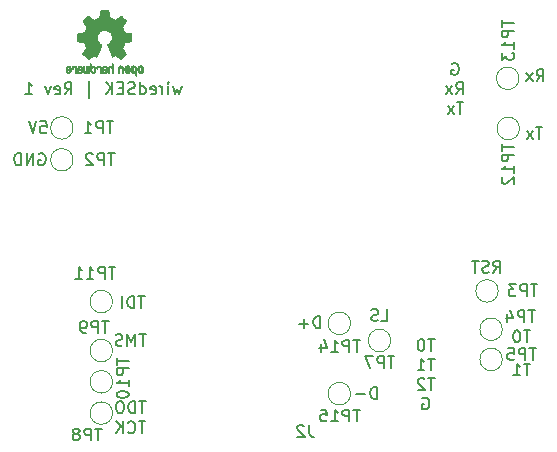
<source format=gbr>
%TF.GenerationSoftware,KiCad,Pcbnew,(5.1.10-1-10_14)*%
%TF.CreationDate,2021-07-23T11:32:30+02:00*%
%TF.ProjectId,WiredSEK,57697265-6453-4454-9b2e-6b696361645f,rev?*%
%TF.SameCoordinates,Original*%
%TF.FileFunction,Legend,Bot*%
%TF.FilePolarity,Positive*%
%FSLAX46Y46*%
G04 Gerber Fmt 4.6, Leading zero omitted, Abs format (unit mm)*
G04 Created by KiCad (PCBNEW (5.1.10-1-10_14)) date 2021-07-23 11:32:30*
%MOMM*%
%LPD*%
G01*
G04 APERTURE LIST*
%ADD10C,0.150000*%
%ADD11C,0.010000*%
%ADD12C,0.120000*%
G04 APERTURE END LIST*
D10*
X83342857Y-48485714D02*
X83152380Y-49152380D01*
X82961904Y-48676190D01*
X82771428Y-49152380D01*
X82580952Y-48485714D01*
X82200000Y-49152380D02*
X82200000Y-48485714D01*
X82200000Y-48152380D02*
X82247619Y-48200000D01*
X82200000Y-48247619D01*
X82152380Y-48200000D01*
X82200000Y-48152380D01*
X82200000Y-48247619D01*
X81723809Y-49152380D02*
X81723809Y-48485714D01*
X81723809Y-48676190D02*
X81676190Y-48580952D01*
X81628571Y-48533333D01*
X81533333Y-48485714D01*
X81438095Y-48485714D01*
X80723809Y-49104761D02*
X80819047Y-49152380D01*
X81009523Y-49152380D01*
X81104761Y-49104761D01*
X81152380Y-49009523D01*
X81152380Y-48628571D01*
X81104761Y-48533333D01*
X81009523Y-48485714D01*
X80819047Y-48485714D01*
X80723809Y-48533333D01*
X80676190Y-48628571D01*
X80676190Y-48723809D01*
X81152380Y-48819047D01*
X79819047Y-49152380D02*
X79819047Y-48152380D01*
X79819047Y-49104761D02*
X79914285Y-49152380D01*
X80104761Y-49152380D01*
X80200000Y-49104761D01*
X80247619Y-49057142D01*
X80295238Y-48961904D01*
X80295238Y-48676190D01*
X80247619Y-48580952D01*
X80200000Y-48533333D01*
X80104761Y-48485714D01*
X79914285Y-48485714D01*
X79819047Y-48533333D01*
X79390476Y-49104761D02*
X79247619Y-49152380D01*
X79009523Y-49152380D01*
X78914285Y-49104761D01*
X78866666Y-49057142D01*
X78819047Y-48961904D01*
X78819047Y-48866666D01*
X78866666Y-48771428D01*
X78914285Y-48723809D01*
X79009523Y-48676190D01*
X79200000Y-48628571D01*
X79295238Y-48580952D01*
X79342857Y-48533333D01*
X79390476Y-48438095D01*
X79390476Y-48342857D01*
X79342857Y-48247619D01*
X79295238Y-48200000D01*
X79200000Y-48152380D01*
X78961904Y-48152380D01*
X78819047Y-48200000D01*
X78390476Y-48628571D02*
X78057142Y-48628571D01*
X77914285Y-49152380D02*
X78390476Y-49152380D01*
X78390476Y-48152380D01*
X77914285Y-48152380D01*
X77485714Y-49152380D02*
X77485714Y-48152380D01*
X76914285Y-49152380D02*
X77342857Y-48580952D01*
X76914285Y-48152380D02*
X77485714Y-48723809D01*
X75485714Y-49485714D02*
X75485714Y-48057142D01*
X73438095Y-49152380D02*
X73771428Y-48676190D01*
X74009523Y-49152380D02*
X74009523Y-48152380D01*
X73628571Y-48152380D01*
X73533333Y-48200000D01*
X73485714Y-48247619D01*
X73438095Y-48342857D01*
X73438095Y-48485714D01*
X73485714Y-48580952D01*
X73533333Y-48628571D01*
X73628571Y-48676190D01*
X74009523Y-48676190D01*
X72628571Y-49104761D02*
X72723809Y-49152380D01*
X72914285Y-49152380D01*
X73009523Y-49104761D01*
X73057142Y-49009523D01*
X73057142Y-48628571D01*
X73009523Y-48533333D01*
X72914285Y-48485714D01*
X72723809Y-48485714D01*
X72628571Y-48533333D01*
X72580952Y-48628571D01*
X72580952Y-48723809D01*
X73057142Y-48819047D01*
X72247619Y-48485714D02*
X72009523Y-49152380D01*
X71771428Y-48485714D01*
X70104761Y-49152380D02*
X70676190Y-49152380D01*
X70390476Y-49152380D02*
X70390476Y-48152380D01*
X70485714Y-48295238D01*
X70580952Y-48390476D01*
X70676190Y-48438095D01*
X80285714Y-76852380D02*
X79714285Y-76852380D01*
X80000000Y-77852380D02*
X80000000Y-76852380D01*
X78809523Y-77757142D02*
X78857142Y-77804761D01*
X79000000Y-77852380D01*
X79095238Y-77852380D01*
X79238095Y-77804761D01*
X79333333Y-77709523D01*
X79380952Y-77614285D01*
X79428571Y-77423809D01*
X79428571Y-77280952D01*
X79380952Y-77090476D01*
X79333333Y-76995238D01*
X79238095Y-76900000D01*
X79095238Y-76852380D01*
X79000000Y-76852380D01*
X78857142Y-76900000D01*
X78809523Y-76947619D01*
X78380952Y-77852380D02*
X78380952Y-76852380D01*
X77809523Y-77852380D02*
X78238095Y-77280952D01*
X77809523Y-76852380D02*
X78380952Y-77423809D01*
X80309523Y-75152380D02*
X79738095Y-75152380D01*
X80023809Y-76152380D02*
X80023809Y-75152380D01*
X79404761Y-76152380D02*
X79404761Y-75152380D01*
X79166666Y-75152380D01*
X79023809Y-75200000D01*
X78928571Y-75295238D01*
X78880952Y-75390476D01*
X78833333Y-75580952D01*
X78833333Y-75723809D01*
X78880952Y-75914285D01*
X78928571Y-76009523D01*
X79023809Y-76104761D01*
X79166666Y-76152380D01*
X79404761Y-76152380D01*
X78214285Y-75152380D02*
X78023809Y-75152380D01*
X77928571Y-75200000D01*
X77833333Y-75295238D01*
X77785714Y-75485714D01*
X77785714Y-75819047D01*
X77833333Y-76009523D01*
X77928571Y-76104761D01*
X78023809Y-76152380D01*
X78214285Y-76152380D01*
X78309523Y-76104761D01*
X78404761Y-76009523D01*
X78452380Y-75819047D01*
X78452380Y-75485714D01*
X78404761Y-75295238D01*
X78309523Y-75200000D01*
X78214285Y-75152380D01*
X80333333Y-69452380D02*
X79761904Y-69452380D01*
X80047619Y-70452380D02*
X80047619Y-69452380D01*
X79428571Y-70452380D02*
X79428571Y-69452380D01*
X79095238Y-70166666D01*
X78761904Y-69452380D01*
X78761904Y-70452380D01*
X78333333Y-70404761D02*
X78190476Y-70452380D01*
X77952380Y-70452380D01*
X77857142Y-70404761D01*
X77809523Y-70357142D01*
X77761904Y-70261904D01*
X77761904Y-70166666D01*
X77809523Y-70071428D01*
X77857142Y-70023809D01*
X77952380Y-69976190D01*
X78142857Y-69928571D01*
X78238095Y-69880952D01*
X78285714Y-69833333D01*
X78333333Y-69738095D01*
X78333333Y-69642857D01*
X78285714Y-69547619D01*
X78238095Y-69500000D01*
X78142857Y-69452380D01*
X77904761Y-69452380D01*
X77761904Y-69500000D01*
X80223809Y-66252380D02*
X79652380Y-66252380D01*
X79938095Y-67252380D02*
X79938095Y-66252380D01*
X79319047Y-67252380D02*
X79319047Y-66252380D01*
X79080952Y-66252380D01*
X78938095Y-66300000D01*
X78842857Y-66395238D01*
X78795238Y-66490476D01*
X78747619Y-66680952D01*
X78747619Y-66823809D01*
X78795238Y-67014285D01*
X78842857Y-67109523D01*
X78938095Y-67204761D01*
X79080952Y-67252380D01*
X79319047Y-67252380D01*
X78319047Y-67252380D02*
X78319047Y-66252380D01*
X99880952Y-74952380D02*
X99880952Y-73952380D01*
X99642857Y-73952380D01*
X99500000Y-74000000D01*
X99404761Y-74095238D01*
X99357142Y-74190476D01*
X99309523Y-74380952D01*
X99309523Y-74523809D01*
X99357142Y-74714285D01*
X99404761Y-74809523D01*
X99500000Y-74904761D01*
X99642857Y-74952380D01*
X99880952Y-74952380D01*
X98880952Y-74571428D02*
X98119047Y-74571428D01*
X95080952Y-68952380D02*
X95080952Y-67952380D01*
X94842857Y-67952380D01*
X94700000Y-68000000D01*
X94604761Y-68095238D01*
X94557142Y-68190476D01*
X94509523Y-68380952D01*
X94509523Y-68523809D01*
X94557142Y-68714285D01*
X94604761Y-68809523D01*
X94700000Y-68904761D01*
X94842857Y-68952380D01*
X95080952Y-68952380D01*
X94080952Y-68571428D02*
X93319047Y-68571428D01*
X93700000Y-68952380D02*
X93700000Y-68190476D01*
X100266666Y-68352380D02*
X100742857Y-68352380D01*
X100742857Y-67352380D01*
X99980952Y-68304761D02*
X99838095Y-68352380D01*
X99600000Y-68352380D01*
X99504761Y-68304761D01*
X99457142Y-68257142D01*
X99409523Y-68161904D01*
X99409523Y-68066666D01*
X99457142Y-67971428D01*
X99504761Y-67923809D01*
X99600000Y-67876190D01*
X99790476Y-67828571D01*
X99885714Y-67780952D01*
X99933333Y-67733333D01*
X99980952Y-67638095D01*
X99980952Y-67542857D01*
X99933333Y-67447619D01*
X99885714Y-67400000D01*
X99790476Y-67352380D01*
X99552380Y-67352380D01*
X99409523Y-67400000D01*
X112861904Y-71952380D02*
X112290476Y-71952380D01*
X112576190Y-72952380D02*
X112576190Y-71952380D01*
X111433333Y-72952380D02*
X112004761Y-72952380D01*
X111719047Y-72952380D02*
X111719047Y-71952380D01*
X111814285Y-72095238D01*
X111909523Y-72190476D01*
X112004761Y-72238095D01*
X112861904Y-69152380D02*
X112290476Y-69152380D01*
X112576190Y-70152380D02*
X112576190Y-69152380D01*
X111766666Y-69152380D02*
X111671428Y-69152380D01*
X111576190Y-69200000D01*
X111528571Y-69247619D01*
X111480952Y-69342857D01*
X111433333Y-69533333D01*
X111433333Y-69771428D01*
X111480952Y-69961904D01*
X111528571Y-70057142D01*
X111576190Y-70104761D01*
X111671428Y-70152380D01*
X111766666Y-70152380D01*
X111861904Y-70104761D01*
X111909523Y-70057142D01*
X111957142Y-69961904D01*
X112004761Y-69771428D01*
X112004761Y-69533333D01*
X111957142Y-69342857D01*
X111909523Y-69247619D01*
X111861904Y-69200000D01*
X111766666Y-69152380D01*
X109747619Y-64252380D02*
X110080952Y-63776190D01*
X110319047Y-64252380D02*
X110319047Y-63252380D01*
X109938095Y-63252380D01*
X109842857Y-63300000D01*
X109795238Y-63347619D01*
X109747619Y-63442857D01*
X109747619Y-63585714D01*
X109795238Y-63680952D01*
X109842857Y-63728571D01*
X109938095Y-63776190D01*
X110319047Y-63776190D01*
X109366666Y-64204761D02*
X109223809Y-64252380D01*
X108985714Y-64252380D01*
X108890476Y-64204761D01*
X108842857Y-64157142D01*
X108795238Y-64061904D01*
X108795238Y-63966666D01*
X108842857Y-63871428D01*
X108890476Y-63823809D01*
X108985714Y-63776190D01*
X109176190Y-63728571D01*
X109271428Y-63680952D01*
X109319047Y-63633333D01*
X109366666Y-63538095D01*
X109366666Y-63442857D01*
X109319047Y-63347619D01*
X109271428Y-63300000D01*
X109176190Y-63252380D01*
X108938095Y-63252380D01*
X108795238Y-63300000D01*
X108509523Y-63252380D02*
X107938095Y-63252380D01*
X108223809Y-64252380D02*
X108223809Y-63252380D01*
X113890476Y-51952380D02*
X113319047Y-51952380D01*
X113604761Y-52952380D02*
X113604761Y-51952380D01*
X113080952Y-52952380D02*
X112557142Y-52285714D01*
X113080952Y-52285714D02*
X112557142Y-52952380D01*
X113395238Y-48052380D02*
X113728571Y-47576190D01*
X113966666Y-48052380D02*
X113966666Y-47052380D01*
X113585714Y-47052380D01*
X113490476Y-47100000D01*
X113442857Y-47147619D01*
X113395238Y-47242857D01*
X113395238Y-47385714D01*
X113442857Y-47480952D01*
X113490476Y-47528571D01*
X113585714Y-47576190D01*
X113966666Y-47576190D01*
X113061904Y-48052380D02*
X112538095Y-47385714D01*
X113061904Y-47385714D02*
X112538095Y-48052380D01*
X71261904Y-54200000D02*
X71357142Y-54152380D01*
X71500000Y-54152380D01*
X71642857Y-54200000D01*
X71738095Y-54295238D01*
X71785714Y-54390476D01*
X71833333Y-54580952D01*
X71833333Y-54723809D01*
X71785714Y-54914285D01*
X71738095Y-55009523D01*
X71642857Y-55104761D01*
X71500000Y-55152380D01*
X71404761Y-55152380D01*
X71261904Y-55104761D01*
X71214285Y-55057142D01*
X71214285Y-54723809D01*
X71404761Y-54723809D01*
X70785714Y-55152380D02*
X70785714Y-54152380D01*
X70214285Y-55152380D01*
X70214285Y-54152380D01*
X69738095Y-55152380D02*
X69738095Y-54152380D01*
X69500000Y-54152380D01*
X69357142Y-54200000D01*
X69261904Y-54295238D01*
X69214285Y-54390476D01*
X69166666Y-54580952D01*
X69166666Y-54723809D01*
X69214285Y-54914285D01*
X69261904Y-55009523D01*
X69357142Y-55104761D01*
X69500000Y-55152380D01*
X69738095Y-55152380D01*
X71390476Y-51452380D02*
X71866666Y-51452380D01*
X71914285Y-51928571D01*
X71866666Y-51880952D01*
X71771428Y-51833333D01*
X71533333Y-51833333D01*
X71438095Y-51880952D01*
X71390476Y-51928571D01*
X71342857Y-52023809D01*
X71342857Y-52261904D01*
X71390476Y-52357142D01*
X71438095Y-52404761D01*
X71533333Y-52452380D01*
X71771428Y-52452380D01*
X71866666Y-52404761D01*
X71914285Y-52357142D01*
X71057142Y-51452380D02*
X70723809Y-52452380D01*
X70390476Y-51452380D01*
X104761904Y-69877380D02*
X104190476Y-69877380D01*
X104476190Y-70877380D02*
X104476190Y-69877380D01*
X103666666Y-69877380D02*
X103571428Y-69877380D01*
X103476190Y-69925000D01*
X103428571Y-69972619D01*
X103380952Y-70067857D01*
X103333333Y-70258333D01*
X103333333Y-70496428D01*
X103380952Y-70686904D01*
X103428571Y-70782142D01*
X103476190Y-70829761D01*
X103571428Y-70877380D01*
X103666666Y-70877380D01*
X103761904Y-70829761D01*
X103809523Y-70782142D01*
X103857142Y-70686904D01*
X103904761Y-70496428D01*
X103904761Y-70258333D01*
X103857142Y-70067857D01*
X103809523Y-69972619D01*
X103761904Y-69925000D01*
X103666666Y-69877380D01*
X104761904Y-71527380D02*
X104190476Y-71527380D01*
X104476190Y-72527380D02*
X104476190Y-71527380D01*
X103333333Y-72527380D02*
X103904761Y-72527380D01*
X103619047Y-72527380D02*
X103619047Y-71527380D01*
X103714285Y-71670238D01*
X103809523Y-71765476D01*
X103904761Y-71813095D01*
X104761904Y-73177380D02*
X104190476Y-73177380D01*
X104476190Y-74177380D02*
X104476190Y-73177380D01*
X103904761Y-73272619D02*
X103857142Y-73225000D01*
X103761904Y-73177380D01*
X103523809Y-73177380D01*
X103428571Y-73225000D01*
X103380952Y-73272619D01*
X103333333Y-73367857D01*
X103333333Y-73463095D01*
X103380952Y-73605952D01*
X103952380Y-74177380D01*
X103333333Y-74177380D01*
X103738095Y-74875000D02*
X103833333Y-74827380D01*
X103976190Y-74827380D01*
X104119047Y-74875000D01*
X104214285Y-74970238D01*
X104261904Y-75065476D01*
X104309523Y-75255952D01*
X104309523Y-75398809D01*
X104261904Y-75589285D01*
X104214285Y-75684523D01*
X104119047Y-75779761D01*
X103976190Y-75827380D01*
X103880952Y-75827380D01*
X103738095Y-75779761D01*
X103690476Y-75732142D01*
X103690476Y-75398809D01*
X103880952Y-75398809D01*
X106238095Y-46550000D02*
X106333333Y-46502380D01*
X106476190Y-46502380D01*
X106619047Y-46550000D01*
X106714285Y-46645238D01*
X106761904Y-46740476D01*
X106809523Y-46930952D01*
X106809523Y-47073809D01*
X106761904Y-47264285D01*
X106714285Y-47359523D01*
X106619047Y-47454761D01*
X106476190Y-47502380D01*
X106380952Y-47502380D01*
X106238095Y-47454761D01*
X106190476Y-47407142D01*
X106190476Y-47073809D01*
X106380952Y-47073809D01*
X106595238Y-49152380D02*
X106928571Y-48676190D01*
X107166666Y-49152380D02*
X107166666Y-48152380D01*
X106785714Y-48152380D01*
X106690476Y-48200000D01*
X106642857Y-48247619D01*
X106595238Y-48342857D01*
X106595238Y-48485714D01*
X106642857Y-48580952D01*
X106690476Y-48628571D01*
X106785714Y-48676190D01*
X107166666Y-48676190D01*
X106261904Y-49152380D02*
X105738095Y-48485714D01*
X106261904Y-48485714D02*
X105738095Y-49152380D01*
X107190476Y-49802380D02*
X106619047Y-49802380D01*
X106904761Y-50802380D02*
X106904761Y-49802380D01*
X106380952Y-50802380D02*
X105857142Y-50135714D01*
X106380952Y-50135714D02*
X105857142Y-50802380D01*
D11*
%TO.C,REF\u002A\u002A*%
G36*
X79200256Y-46719918D02*
G01*
X79144799Y-46747568D01*
X79095852Y-46798480D01*
X79082371Y-46817338D01*
X79067686Y-46842015D01*
X79058158Y-46868816D01*
X79052707Y-46904587D01*
X79050253Y-46956169D01*
X79049714Y-47024267D01*
X79052148Y-47117588D01*
X79060606Y-47187657D01*
X79076826Y-47239931D01*
X79102546Y-47279869D01*
X79139503Y-47312929D01*
X79142218Y-47314886D01*
X79178640Y-47334908D01*
X79222498Y-47344815D01*
X79278276Y-47347257D01*
X79368952Y-47347257D01*
X79368990Y-47435283D01*
X79369834Y-47484308D01*
X79374976Y-47513065D01*
X79388413Y-47530311D01*
X79414142Y-47544808D01*
X79420321Y-47547769D01*
X79449236Y-47561648D01*
X79471624Y-47570414D01*
X79488271Y-47571171D01*
X79499964Y-47561023D01*
X79507490Y-47537073D01*
X79511634Y-47496426D01*
X79513185Y-47436186D01*
X79512929Y-47353455D01*
X79511651Y-47245339D01*
X79511252Y-47213000D01*
X79509815Y-47101524D01*
X79508528Y-47028603D01*
X79369029Y-47028603D01*
X79368245Y-47090499D01*
X79364760Y-47130997D01*
X79356876Y-47157708D01*
X79342895Y-47178244D01*
X79333403Y-47188260D01*
X79294596Y-47217567D01*
X79260237Y-47219952D01*
X79224784Y-47195750D01*
X79223886Y-47194857D01*
X79209461Y-47176153D01*
X79200687Y-47150732D01*
X79196261Y-47111584D01*
X79194882Y-47051697D01*
X79194857Y-47038430D01*
X79198188Y-46955901D01*
X79209031Y-46898691D01*
X79228660Y-46863766D01*
X79258350Y-46848094D01*
X79275509Y-46846514D01*
X79316234Y-46853926D01*
X79344168Y-46878330D01*
X79360983Y-46922980D01*
X79368350Y-46991130D01*
X79369029Y-47028603D01*
X79508528Y-47028603D01*
X79508292Y-47015245D01*
X79506323Y-46950333D01*
X79503550Y-46902958D01*
X79499612Y-46869290D01*
X79494151Y-46845498D01*
X79486808Y-46827753D01*
X79477223Y-46812224D01*
X79473113Y-46806381D01*
X79418595Y-46751185D01*
X79349664Y-46719890D01*
X79269928Y-46711165D01*
X79200256Y-46719918D01*
G37*
X79200256Y-46719918D02*
X79144799Y-46747568D01*
X79095852Y-46798480D01*
X79082371Y-46817338D01*
X79067686Y-46842015D01*
X79058158Y-46868816D01*
X79052707Y-46904587D01*
X79050253Y-46956169D01*
X79049714Y-47024267D01*
X79052148Y-47117588D01*
X79060606Y-47187657D01*
X79076826Y-47239931D01*
X79102546Y-47279869D01*
X79139503Y-47312929D01*
X79142218Y-47314886D01*
X79178640Y-47334908D01*
X79222498Y-47344815D01*
X79278276Y-47347257D01*
X79368952Y-47347257D01*
X79368990Y-47435283D01*
X79369834Y-47484308D01*
X79374976Y-47513065D01*
X79388413Y-47530311D01*
X79414142Y-47544808D01*
X79420321Y-47547769D01*
X79449236Y-47561648D01*
X79471624Y-47570414D01*
X79488271Y-47571171D01*
X79499964Y-47561023D01*
X79507490Y-47537073D01*
X79511634Y-47496426D01*
X79513185Y-47436186D01*
X79512929Y-47353455D01*
X79511651Y-47245339D01*
X79511252Y-47213000D01*
X79509815Y-47101524D01*
X79508528Y-47028603D01*
X79369029Y-47028603D01*
X79368245Y-47090499D01*
X79364760Y-47130997D01*
X79356876Y-47157708D01*
X79342895Y-47178244D01*
X79333403Y-47188260D01*
X79294596Y-47217567D01*
X79260237Y-47219952D01*
X79224784Y-47195750D01*
X79223886Y-47194857D01*
X79209461Y-47176153D01*
X79200687Y-47150732D01*
X79196261Y-47111584D01*
X79194882Y-47051697D01*
X79194857Y-47038430D01*
X79198188Y-46955901D01*
X79209031Y-46898691D01*
X79228660Y-46863766D01*
X79258350Y-46848094D01*
X79275509Y-46846514D01*
X79316234Y-46853926D01*
X79344168Y-46878330D01*
X79360983Y-46922980D01*
X79368350Y-46991130D01*
X79369029Y-47028603D01*
X79508528Y-47028603D01*
X79508292Y-47015245D01*
X79506323Y-46950333D01*
X79503550Y-46902958D01*
X79499612Y-46869290D01*
X79494151Y-46845498D01*
X79486808Y-46827753D01*
X79477223Y-46812224D01*
X79473113Y-46806381D01*
X79418595Y-46751185D01*
X79349664Y-46719890D01*
X79269928Y-46711165D01*
X79200256Y-46719918D01*
G36*
X78083907Y-46727780D02*
G01*
X78037328Y-46754723D01*
X78004943Y-46781466D01*
X77981258Y-46809484D01*
X77964941Y-46843748D01*
X77954661Y-46889227D01*
X77949086Y-46950892D01*
X77946884Y-47033711D01*
X77946629Y-47093246D01*
X77946629Y-47312391D01*
X78008314Y-47340044D01*
X78070000Y-47367697D01*
X78077257Y-47127670D01*
X78080256Y-47038028D01*
X78083402Y-46972962D01*
X78087299Y-46928026D01*
X78092553Y-46898770D01*
X78099769Y-46880748D01*
X78109550Y-46869511D01*
X78112688Y-46867079D01*
X78160239Y-46848083D01*
X78208303Y-46855600D01*
X78236914Y-46875543D01*
X78248553Y-46889675D01*
X78256609Y-46908220D01*
X78261729Y-46936334D01*
X78264559Y-46979173D01*
X78265744Y-47041895D01*
X78265943Y-47107261D01*
X78265982Y-47189268D01*
X78267386Y-47247316D01*
X78272086Y-47286465D01*
X78282013Y-47311780D01*
X78299097Y-47328323D01*
X78325268Y-47341156D01*
X78360225Y-47354491D01*
X78398404Y-47369007D01*
X78393859Y-47111389D01*
X78392029Y-47018519D01*
X78389888Y-46949889D01*
X78386819Y-46900711D01*
X78382206Y-46866198D01*
X78375432Y-46841562D01*
X78365881Y-46822016D01*
X78354366Y-46804770D01*
X78298810Y-46749680D01*
X78231020Y-46717822D01*
X78157287Y-46710191D01*
X78083907Y-46727780D01*
G37*
X78083907Y-46727780D02*
X78037328Y-46754723D01*
X78004943Y-46781466D01*
X77981258Y-46809484D01*
X77964941Y-46843748D01*
X77954661Y-46889227D01*
X77949086Y-46950892D01*
X77946884Y-47033711D01*
X77946629Y-47093246D01*
X77946629Y-47312391D01*
X78008314Y-47340044D01*
X78070000Y-47367697D01*
X78077257Y-47127670D01*
X78080256Y-47038028D01*
X78083402Y-46972962D01*
X78087299Y-46928026D01*
X78092553Y-46898770D01*
X78099769Y-46880748D01*
X78109550Y-46869511D01*
X78112688Y-46867079D01*
X78160239Y-46848083D01*
X78208303Y-46855600D01*
X78236914Y-46875543D01*
X78248553Y-46889675D01*
X78256609Y-46908220D01*
X78261729Y-46936334D01*
X78264559Y-46979173D01*
X78265744Y-47041895D01*
X78265943Y-47107261D01*
X78265982Y-47189268D01*
X78267386Y-47247316D01*
X78272086Y-47286465D01*
X78282013Y-47311780D01*
X78299097Y-47328323D01*
X78325268Y-47341156D01*
X78360225Y-47354491D01*
X78398404Y-47369007D01*
X78393859Y-47111389D01*
X78392029Y-47018519D01*
X78389888Y-46949889D01*
X78386819Y-46900711D01*
X78382206Y-46866198D01*
X78375432Y-46841562D01*
X78365881Y-46822016D01*
X78354366Y-46804770D01*
X78298810Y-46749680D01*
X78231020Y-46717822D01*
X78157287Y-46710191D01*
X78083907Y-46727780D01*
G36*
X79758885Y-46721962D02*
G01*
X79690855Y-46757733D01*
X79640649Y-46815301D01*
X79622815Y-46852312D01*
X79608937Y-46907882D01*
X79601833Y-46978096D01*
X79601160Y-47054727D01*
X79606573Y-47129552D01*
X79617730Y-47194342D01*
X79634286Y-47240873D01*
X79639374Y-47248887D01*
X79699645Y-47308707D01*
X79771231Y-47344535D01*
X79848908Y-47355020D01*
X79927452Y-47338810D01*
X79949311Y-47329092D01*
X79991878Y-47299143D01*
X80029237Y-47259433D01*
X80032768Y-47254397D01*
X80047119Y-47230124D01*
X80056606Y-47204178D01*
X80062210Y-47170022D01*
X80064914Y-47121119D01*
X80065701Y-47050935D01*
X80065714Y-47035200D01*
X80065678Y-47030192D01*
X79920571Y-47030192D01*
X79919727Y-47096430D01*
X79916404Y-47140386D01*
X79909417Y-47168779D01*
X79897584Y-47188325D01*
X79891543Y-47194857D01*
X79856814Y-47219680D01*
X79823097Y-47218548D01*
X79789005Y-47197016D01*
X79768671Y-47174029D01*
X79756629Y-47140478D01*
X79749866Y-47087569D01*
X79749402Y-47081399D01*
X79748248Y-46985513D01*
X79760312Y-46914299D01*
X79785430Y-46868194D01*
X79823440Y-46847635D01*
X79837008Y-46846514D01*
X79872636Y-46852152D01*
X79897006Y-46871686D01*
X79911907Y-46909042D01*
X79919125Y-46968150D01*
X79920571Y-47030192D01*
X80065678Y-47030192D01*
X80065174Y-46960413D01*
X80062904Y-46908159D01*
X80057932Y-46871949D01*
X80049287Y-46845299D01*
X80035995Y-46821722D01*
X80033057Y-46817338D01*
X79983687Y-46758249D01*
X79929891Y-46723947D01*
X79864398Y-46710331D01*
X79842158Y-46709665D01*
X79758885Y-46721962D01*
G37*
X79758885Y-46721962D02*
X79690855Y-46757733D01*
X79640649Y-46815301D01*
X79622815Y-46852312D01*
X79608937Y-46907882D01*
X79601833Y-46978096D01*
X79601160Y-47054727D01*
X79606573Y-47129552D01*
X79617730Y-47194342D01*
X79634286Y-47240873D01*
X79639374Y-47248887D01*
X79699645Y-47308707D01*
X79771231Y-47344535D01*
X79848908Y-47355020D01*
X79927452Y-47338810D01*
X79949311Y-47329092D01*
X79991878Y-47299143D01*
X80029237Y-47259433D01*
X80032768Y-47254397D01*
X80047119Y-47230124D01*
X80056606Y-47204178D01*
X80062210Y-47170022D01*
X80064914Y-47121119D01*
X80065701Y-47050935D01*
X80065714Y-47035200D01*
X80065678Y-47030192D01*
X79920571Y-47030192D01*
X79919727Y-47096430D01*
X79916404Y-47140386D01*
X79909417Y-47168779D01*
X79897584Y-47188325D01*
X79891543Y-47194857D01*
X79856814Y-47219680D01*
X79823097Y-47218548D01*
X79789005Y-47197016D01*
X79768671Y-47174029D01*
X79756629Y-47140478D01*
X79749866Y-47087569D01*
X79749402Y-47081399D01*
X79748248Y-46985513D01*
X79760312Y-46914299D01*
X79785430Y-46868194D01*
X79823440Y-46847635D01*
X79837008Y-46846514D01*
X79872636Y-46852152D01*
X79897006Y-46871686D01*
X79911907Y-46909042D01*
X79919125Y-46968150D01*
X79920571Y-47030192D01*
X80065678Y-47030192D01*
X80065174Y-46960413D01*
X80062904Y-46908159D01*
X80057932Y-46871949D01*
X80049287Y-46845299D01*
X80035995Y-46821722D01*
X80033057Y-46817338D01*
X79983687Y-46758249D01*
X79929891Y-46723947D01*
X79864398Y-46710331D01*
X79842158Y-46709665D01*
X79758885Y-46721962D01*
G36*
X78631697Y-46731239D02*
G01*
X78574473Y-46769735D01*
X78530251Y-46825335D01*
X78503833Y-46896086D01*
X78498490Y-46948162D01*
X78499097Y-46969893D01*
X78504178Y-46986531D01*
X78518145Y-47001437D01*
X78545411Y-47017973D01*
X78590388Y-47039498D01*
X78657489Y-47069374D01*
X78657829Y-47069524D01*
X78719593Y-47097813D01*
X78770241Y-47122933D01*
X78804596Y-47142179D01*
X78817482Y-47152848D01*
X78817486Y-47152934D01*
X78806128Y-47176166D01*
X78779569Y-47201774D01*
X78749077Y-47220221D01*
X78733630Y-47223886D01*
X78691485Y-47211212D01*
X78655192Y-47179471D01*
X78637483Y-47144572D01*
X78620448Y-47118845D01*
X78587078Y-47089546D01*
X78547851Y-47064235D01*
X78513244Y-47050471D01*
X78506007Y-47049714D01*
X78497861Y-47062160D01*
X78497370Y-47093972D01*
X78503357Y-47136866D01*
X78514643Y-47182558D01*
X78530050Y-47222761D01*
X78530829Y-47224322D01*
X78577196Y-47289062D01*
X78637289Y-47333097D01*
X78705535Y-47354711D01*
X78776362Y-47352185D01*
X78844196Y-47323804D01*
X78847212Y-47321808D01*
X78900573Y-47273448D01*
X78935660Y-47210352D01*
X78955078Y-47127387D01*
X78957684Y-47104078D01*
X78962299Y-46994055D01*
X78956767Y-46942748D01*
X78817486Y-46942748D01*
X78815676Y-46974753D01*
X78805778Y-46984093D01*
X78781102Y-46977105D01*
X78742205Y-46960587D01*
X78698725Y-46939881D01*
X78697644Y-46939333D01*
X78660791Y-46919949D01*
X78646000Y-46907013D01*
X78649647Y-46893451D01*
X78665005Y-46875632D01*
X78704077Y-46849845D01*
X78746154Y-46847950D01*
X78783897Y-46866717D01*
X78809966Y-46902915D01*
X78817486Y-46942748D01*
X78956767Y-46942748D01*
X78952806Y-46906027D01*
X78928450Y-46836212D01*
X78894544Y-46787302D01*
X78833347Y-46737878D01*
X78765937Y-46713359D01*
X78697120Y-46711797D01*
X78631697Y-46731239D01*
G37*
X78631697Y-46731239D02*
X78574473Y-46769735D01*
X78530251Y-46825335D01*
X78503833Y-46896086D01*
X78498490Y-46948162D01*
X78499097Y-46969893D01*
X78504178Y-46986531D01*
X78518145Y-47001437D01*
X78545411Y-47017973D01*
X78590388Y-47039498D01*
X78657489Y-47069374D01*
X78657829Y-47069524D01*
X78719593Y-47097813D01*
X78770241Y-47122933D01*
X78804596Y-47142179D01*
X78817482Y-47152848D01*
X78817486Y-47152934D01*
X78806128Y-47176166D01*
X78779569Y-47201774D01*
X78749077Y-47220221D01*
X78733630Y-47223886D01*
X78691485Y-47211212D01*
X78655192Y-47179471D01*
X78637483Y-47144572D01*
X78620448Y-47118845D01*
X78587078Y-47089546D01*
X78547851Y-47064235D01*
X78513244Y-47050471D01*
X78506007Y-47049714D01*
X78497861Y-47062160D01*
X78497370Y-47093972D01*
X78503357Y-47136866D01*
X78514643Y-47182558D01*
X78530050Y-47222761D01*
X78530829Y-47224322D01*
X78577196Y-47289062D01*
X78637289Y-47333097D01*
X78705535Y-47354711D01*
X78776362Y-47352185D01*
X78844196Y-47323804D01*
X78847212Y-47321808D01*
X78900573Y-47273448D01*
X78935660Y-47210352D01*
X78955078Y-47127387D01*
X78957684Y-47104078D01*
X78962299Y-46994055D01*
X78956767Y-46942748D01*
X78817486Y-46942748D01*
X78815676Y-46974753D01*
X78805778Y-46984093D01*
X78781102Y-46977105D01*
X78742205Y-46960587D01*
X78698725Y-46939881D01*
X78697644Y-46939333D01*
X78660791Y-46919949D01*
X78646000Y-46907013D01*
X78649647Y-46893451D01*
X78665005Y-46875632D01*
X78704077Y-46849845D01*
X78746154Y-46847950D01*
X78783897Y-46866717D01*
X78809966Y-46902915D01*
X78817486Y-46942748D01*
X78956767Y-46942748D01*
X78952806Y-46906027D01*
X78928450Y-46836212D01*
X78894544Y-46787302D01*
X78833347Y-46737878D01*
X78765937Y-46713359D01*
X78697120Y-46711797D01*
X78631697Y-46731239D01*
G36*
X77424114Y-46651289D02*
G01*
X77419861Y-46710613D01*
X77414975Y-46745572D01*
X77408205Y-46760820D01*
X77398298Y-46761015D01*
X77395086Y-46759195D01*
X77352356Y-46746015D01*
X77296773Y-46746785D01*
X77240263Y-46760333D01*
X77204918Y-46777861D01*
X77168679Y-46805861D01*
X77142187Y-46837549D01*
X77124001Y-46877813D01*
X77112678Y-46931543D01*
X77106778Y-47003626D01*
X77104857Y-47098951D01*
X77104823Y-47117237D01*
X77104800Y-47322646D01*
X77150509Y-47338580D01*
X77182973Y-47349420D01*
X77200785Y-47354468D01*
X77201309Y-47354514D01*
X77203063Y-47340828D01*
X77204556Y-47303076D01*
X77205674Y-47246224D01*
X77206303Y-47175234D01*
X77206400Y-47132073D01*
X77206602Y-47046973D01*
X77207642Y-46985981D01*
X77210169Y-46944177D01*
X77214836Y-46916642D01*
X77222293Y-46898456D01*
X77233189Y-46884698D01*
X77239993Y-46878073D01*
X77286728Y-46851375D01*
X77337728Y-46849375D01*
X77383999Y-46871955D01*
X77392556Y-46880107D01*
X77405107Y-46895436D01*
X77413812Y-46913618D01*
X77419369Y-46939909D01*
X77422474Y-46979562D01*
X77423824Y-47037832D01*
X77424114Y-47118173D01*
X77424114Y-47322646D01*
X77469823Y-47338580D01*
X77502287Y-47349420D01*
X77520099Y-47354468D01*
X77520623Y-47354514D01*
X77521963Y-47340623D01*
X77523172Y-47301439D01*
X77524199Y-47240700D01*
X77524998Y-47162141D01*
X77525519Y-47069498D01*
X77525714Y-46966509D01*
X77525714Y-46569342D01*
X77478543Y-46549444D01*
X77431371Y-46529547D01*
X77424114Y-46651289D01*
G37*
X77424114Y-46651289D02*
X77419861Y-46710613D01*
X77414975Y-46745572D01*
X77408205Y-46760820D01*
X77398298Y-46761015D01*
X77395086Y-46759195D01*
X77352356Y-46746015D01*
X77296773Y-46746785D01*
X77240263Y-46760333D01*
X77204918Y-46777861D01*
X77168679Y-46805861D01*
X77142187Y-46837549D01*
X77124001Y-46877813D01*
X77112678Y-46931543D01*
X77106778Y-47003626D01*
X77104857Y-47098951D01*
X77104823Y-47117237D01*
X77104800Y-47322646D01*
X77150509Y-47338580D01*
X77182973Y-47349420D01*
X77200785Y-47354468D01*
X77201309Y-47354514D01*
X77203063Y-47340828D01*
X77204556Y-47303076D01*
X77205674Y-47246224D01*
X77206303Y-47175234D01*
X77206400Y-47132073D01*
X77206602Y-47046973D01*
X77207642Y-46985981D01*
X77210169Y-46944177D01*
X77214836Y-46916642D01*
X77222293Y-46898456D01*
X77233189Y-46884698D01*
X77239993Y-46878073D01*
X77286728Y-46851375D01*
X77337728Y-46849375D01*
X77383999Y-46871955D01*
X77392556Y-46880107D01*
X77405107Y-46895436D01*
X77413812Y-46913618D01*
X77419369Y-46939909D01*
X77422474Y-46979562D01*
X77423824Y-47037832D01*
X77424114Y-47118173D01*
X77424114Y-47322646D01*
X77469823Y-47338580D01*
X77502287Y-47349420D01*
X77520099Y-47354468D01*
X77520623Y-47354514D01*
X77521963Y-47340623D01*
X77523172Y-47301439D01*
X77524199Y-47240700D01*
X77524998Y-47162141D01*
X77525519Y-47069498D01*
X77525714Y-46966509D01*
X77525714Y-46569342D01*
X77478543Y-46549444D01*
X77431371Y-46529547D01*
X77424114Y-46651289D01*
G36*
X76760256Y-46750968D02*
G01*
X76703384Y-46772087D01*
X76702733Y-46772493D01*
X76667560Y-46798380D01*
X76641593Y-46828633D01*
X76623330Y-46868058D01*
X76611268Y-46921462D01*
X76603904Y-46993651D01*
X76599736Y-47089432D01*
X76599371Y-47103078D01*
X76594124Y-47308842D01*
X76638284Y-47331678D01*
X76670237Y-47347110D01*
X76689530Y-47354423D01*
X76690422Y-47354514D01*
X76693761Y-47341022D01*
X76696413Y-47304626D01*
X76698044Y-47251452D01*
X76698400Y-47208393D01*
X76698408Y-47138641D01*
X76701597Y-47094837D01*
X76712712Y-47073944D01*
X76736499Y-47072925D01*
X76777704Y-47088741D01*
X76839914Y-47117815D01*
X76885659Y-47141963D01*
X76909187Y-47162913D01*
X76916104Y-47185747D01*
X76916114Y-47186877D01*
X76904701Y-47226212D01*
X76870908Y-47247462D01*
X76819191Y-47250539D01*
X76781939Y-47250006D01*
X76762297Y-47260735D01*
X76750048Y-47286505D01*
X76742998Y-47319337D01*
X76753158Y-47337966D01*
X76756983Y-47340632D01*
X76792999Y-47351340D01*
X76843434Y-47352856D01*
X76895374Y-47345759D01*
X76932178Y-47332788D01*
X76983062Y-47289585D01*
X77011986Y-47229446D01*
X77017714Y-47182462D01*
X77013343Y-47140082D01*
X76997525Y-47105488D01*
X76966203Y-47074763D01*
X76915322Y-47043990D01*
X76840824Y-47009252D01*
X76836286Y-47007288D01*
X76769179Y-46976287D01*
X76727768Y-46950862D01*
X76710019Y-46928014D01*
X76713893Y-46904745D01*
X76737357Y-46878056D01*
X76744373Y-46871914D01*
X76791370Y-46848100D01*
X76840067Y-46849103D01*
X76882478Y-46872451D01*
X76910616Y-46915675D01*
X76913231Y-46924160D01*
X76938692Y-46965308D01*
X76970999Y-46985128D01*
X77017714Y-47004770D01*
X77017714Y-46953950D01*
X77003504Y-46880082D01*
X76961325Y-46812327D01*
X76939376Y-46789661D01*
X76889483Y-46760569D01*
X76826033Y-46747400D01*
X76760256Y-46750968D01*
G37*
X76760256Y-46750968D02*
X76703384Y-46772087D01*
X76702733Y-46772493D01*
X76667560Y-46798380D01*
X76641593Y-46828633D01*
X76623330Y-46868058D01*
X76611268Y-46921462D01*
X76603904Y-46993651D01*
X76599736Y-47089432D01*
X76599371Y-47103078D01*
X76594124Y-47308842D01*
X76638284Y-47331678D01*
X76670237Y-47347110D01*
X76689530Y-47354423D01*
X76690422Y-47354514D01*
X76693761Y-47341022D01*
X76696413Y-47304626D01*
X76698044Y-47251452D01*
X76698400Y-47208393D01*
X76698408Y-47138641D01*
X76701597Y-47094837D01*
X76712712Y-47073944D01*
X76736499Y-47072925D01*
X76777704Y-47088741D01*
X76839914Y-47117815D01*
X76885659Y-47141963D01*
X76909187Y-47162913D01*
X76916104Y-47185747D01*
X76916114Y-47186877D01*
X76904701Y-47226212D01*
X76870908Y-47247462D01*
X76819191Y-47250539D01*
X76781939Y-47250006D01*
X76762297Y-47260735D01*
X76750048Y-47286505D01*
X76742998Y-47319337D01*
X76753158Y-47337966D01*
X76756983Y-47340632D01*
X76792999Y-47351340D01*
X76843434Y-47352856D01*
X76895374Y-47345759D01*
X76932178Y-47332788D01*
X76983062Y-47289585D01*
X77011986Y-47229446D01*
X77017714Y-47182462D01*
X77013343Y-47140082D01*
X76997525Y-47105488D01*
X76966203Y-47074763D01*
X76915322Y-47043990D01*
X76840824Y-47009252D01*
X76836286Y-47007288D01*
X76769179Y-46976287D01*
X76727768Y-46950862D01*
X76710019Y-46928014D01*
X76713893Y-46904745D01*
X76737357Y-46878056D01*
X76744373Y-46871914D01*
X76791370Y-46848100D01*
X76840067Y-46849103D01*
X76882478Y-46872451D01*
X76910616Y-46915675D01*
X76913231Y-46924160D01*
X76938692Y-46965308D01*
X76970999Y-46985128D01*
X77017714Y-47004770D01*
X77017714Y-46953950D01*
X77003504Y-46880082D01*
X76961325Y-46812327D01*
X76939376Y-46789661D01*
X76889483Y-46760569D01*
X76826033Y-46747400D01*
X76760256Y-46750968D01*
G36*
X76270074Y-46749755D02*
G01*
X76204142Y-46774084D01*
X76150727Y-46817117D01*
X76129836Y-46847409D01*
X76107061Y-46902994D01*
X76107534Y-46943186D01*
X76131438Y-46970217D01*
X76140283Y-46974813D01*
X76178470Y-46989144D01*
X76197972Y-46985472D01*
X76204578Y-46961407D01*
X76204914Y-46948114D01*
X76217008Y-46899210D01*
X76248529Y-46864999D01*
X76292341Y-46848476D01*
X76341305Y-46852634D01*
X76381106Y-46874227D01*
X76394550Y-46886544D01*
X76404079Y-46901487D01*
X76410515Y-46924075D01*
X76414683Y-46959328D01*
X76417403Y-47012266D01*
X76419498Y-47087907D01*
X76420040Y-47111857D01*
X76422019Y-47193790D01*
X76424269Y-47251455D01*
X76427643Y-47289608D01*
X76432994Y-47313004D01*
X76441176Y-47326398D01*
X76453041Y-47334545D01*
X76460638Y-47338144D01*
X76492898Y-47350452D01*
X76511889Y-47354514D01*
X76518164Y-47340948D01*
X76521994Y-47299934D01*
X76523400Y-47230999D01*
X76522402Y-47133669D01*
X76522092Y-47118657D01*
X76519899Y-47029859D01*
X76517307Y-46965019D01*
X76513618Y-46919067D01*
X76508136Y-46886935D01*
X76500165Y-46863553D01*
X76489007Y-46843852D01*
X76483170Y-46835410D01*
X76449704Y-46798057D01*
X76412273Y-46769003D01*
X76407691Y-46766467D01*
X76340574Y-46746443D01*
X76270074Y-46749755D01*
G37*
X76270074Y-46749755D02*
X76204142Y-46774084D01*
X76150727Y-46817117D01*
X76129836Y-46847409D01*
X76107061Y-46902994D01*
X76107534Y-46943186D01*
X76131438Y-46970217D01*
X76140283Y-46974813D01*
X76178470Y-46989144D01*
X76197972Y-46985472D01*
X76204578Y-46961407D01*
X76204914Y-46948114D01*
X76217008Y-46899210D01*
X76248529Y-46864999D01*
X76292341Y-46848476D01*
X76341305Y-46852634D01*
X76381106Y-46874227D01*
X76394550Y-46886544D01*
X76404079Y-46901487D01*
X76410515Y-46924075D01*
X76414683Y-46959328D01*
X76417403Y-47012266D01*
X76419498Y-47087907D01*
X76420040Y-47111857D01*
X76422019Y-47193790D01*
X76424269Y-47251455D01*
X76427643Y-47289608D01*
X76432994Y-47313004D01*
X76441176Y-47326398D01*
X76453041Y-47334545D01*
X76460638Y-47338144D01*
X76492898Y-47350452D01*
X76511889Y-47354514D01*
X76518164Y-47340948D01*
X76521994Y-47299934D01*
X76523400Y-47230999D01*
X76522402Y-47133669D01*
X76522092Y-47118657D01*
X76519899Y-47029859D01*
X76517307Y-46965019D01*
X76513618Y-46919067D01*
X76508136Y-46886935D01*
X76500165Y-46863553D01*
X76489007Y-46843852D01*
X76483170Y-46835410D01*
X76449704Y-46798057D01*
X76412273Y-46769003D01*
X76407691Y-46766467D01*
X76340574Y-46746443D01*
X76270074Y-46749755D01*
G36*
X75609883Y-46865358D02*
G01*
X75610067Y-46973837D01*
X75610781Y-47057287D01*
X75612325Y-47119704D01*
X75614999Y-47165085D01*
X75619106Y-47197429D01*
X75624945Y-47220733D01*
X75632818Y-47238995D01*
X75638779Y-47249418D01*
X75688145Y-47305945D01*
X75750736Y-47341377D01*
X75819987Y-47354090D01*
X75889332Y-47342463D01*
X75930625Y-47321568D01*
X75973975Y-47285422D01*
X76003519Y-47241276D01*
X76021345Y-47183462D01*
X76029537Y-47106313D01*
X76030698Y-47049714D01*
X76030542Y-47045647D01*
X75929143Y-47045647D01*
X75928524Y-47110550D01*
X75925686Y-47153514D01*
X75919160Y-47181622D01*
X75907477Y-47201953D01*
X75893517Y-47217288D01*
X75846635Y-47246890D01*
X75796299Y-47249419D01*
X75748724Y-47224705D01*
X75745021Y-47221356D01*
X75729217Y-47203935D01*
X75719307Y-47183209D01*
X75713942Y-47152362D01*
X75711772Y-47104577D01*
X75711429Y-47051748D01*
X75712173Y-46985381D01*
X75715252Y-46941106D01*
X75721939Y-46912009D01*
X75733504Y-46891173D01*
X75742987Y-46880107D01*
X75787040Y-46852198D01*
X75837776Y-46848843D01*
X75886204Y-46870159D01*
X75895550Y-46878073D01*
X75911460Y-46895647D01*
X75921390Y-46916587D01*
X75926722Y-46947782D01*
X75928837Y-46996122D01*
X75929143Y-47045647D01*
X76030542Y-47045647D01*
X76027190Y-46958568D01*
X76015274Y-46890086D01*
X75992865Y-46838600D01*
X75957876Y-46798443D01*
X75930625Y-46777861D01*
X75881093Y-46755625D01*
X75823684Y-46745304D01*
X75770318Y-46748067D01*
X75740457Y-46759212D01*
X75728739Y-46762383D01*
X75720963Y-46750557D01*
X75715535Y-46718866D01*
X75711429Y-46670593D01*
X75706933Y-46616829D01*
X75700687Y-46584482D01*
X75689324Y-46565985D01*
X75669472Y-46553770D01*
X75657000Y-46548362D01*
X75609829Y-46528601D01*
X75609883Y-46865358D01*
G37*
X75609883Y-46865358D02*
X75610067Y-46973837D01*
X75610781Y-47057287D01*
X75612325Y-47119704D01*
X75614999Y-47165085D01*
X75619106Y-47197429D01*
X75624945Y-47220733D01*
X75632818Y-47238995D01*
X75638779Y-47249418D01*
X75688145Y-47305945D01*
X75750736Y-47341377D01*
X75819987Y-47354090D01*
X75889332Y-47342463D01*
X75930625Y-47321568D01*
X75973975Y-47285422D01*
X76003519Y-47241276D01*
X76021345Y-47183462D01*
X76029537Y-47106313D01*
X76030698Y-47049714D01*
X76030542Y-47045647D01*
X75929143Y-47045647D01*
X75928524Y-47110550D01*
X75925686Y-47153514D01*
X75919160Y-47181622D01*
X75907477Y-47201953D01*
X75893517Y-47217288D01*
X75846635Y-47246890D01*
X75796299Y-47249419D01*
X75748724Y-47224705D01*
X75745021Y-47221356D01*
X75729217Y-47203935D01*
X75719307Y-47183209D01*
X75713942Y-47152362D01*
X75711772Y-47104577D01*
X75711429Y-47051748D01*
X75712173Y-46985381D01*
X75715252Y-46941106D01*
X75721939Y-46912009D01*
X75733504Y-46891173D01*
X75742987Y-46880107D01*
X75787040Y-46852198D01*
X75837776Y-46848843D01*
X75886204Y-46870159D01*
X75895550Y-46878073D01*
X75911460Y-46895647D01*
X75921390Y-46916587D01*
X75926722Y-46947782D01*
X75928837Y-46996122D01*
X75929143Y-47045647D01*
X76030542Y-47045647D01*
X76027190Y-46958568D01*
X76015274Y-46890086D01*
X75992865Y-46838600D01*
X75957876Y-46798443D01*
X75930625Y-46777861D01*
X75881093Y-46755625D01*
X75823684Y-46745304D01*
X75770318Y-46748067D01*
X75740457Y-46759212D01*
X75728739Y-46762383D01*
X75720963Y-46750557D01*
X75715535Y-46718866D01*
X75711429Y-46670593D01*
X75706933Y-46616829D01*
X75700687Y-46584482D01*
X75689324Y-46565985D01*
X75669472Y-46553770D01*
X75657000Y-46548362D01*
X75609829Y-46528601D01*
X75609883Y-46865358D01*
G36*
X75020167Y-46758663D02*
G01*
X75017952Y-46796850D01*
X75016216Y-46854886D01*
X75015101Y-46928180D01*
X75014743Y-47005055D01*
X75014743Y-47265196D01*
X75060674Y-47311127D01*
X75092325Y-47339429D01*
X75120110Y-47350893D01*
X75158085Y-47350168D01*
X75173160Y-47348321D01*
X75220274Y-47342948D01*
X75259244Y-47339869D01*
X75268743Y-47339585D01*
X75300767Y-47341445D01*
X75346568Y-47346114D01*
X75364326Y-47348321D01*
X75407943Y-47351735D01*
X75437255Y-47344320D01*
X75466320Y-47321427D01*
X75476812Y-47311127D01*
X75522743Y-47265196D01*
X75522743Y-46778602D01*
X75485774Y-46761758D01*
X75453941Y-46749282D01*
X75435317Y-46744914D01*
X75430542Y-46758718D01*
X75426079Y-46797286D01*
X75422225Y-46856356D01*
X75419278Y-46931663D01*
X75417857Y-46995286D01*
X75413886Y-47245657D01*
X75379241Y-47250556D01*
X75347732Y-47247131D01*
X75332292Y-47236041D01*
X75327977Y-47215308D01*
X75324292Y-47171145D01*
X75321531Y-47109146D01*
X75319988Y-47034909D01*
X75319765Y-46996706D01*
X75319543Y-46776783D01*
X75273834Y-46760849D01*
X75241482Y-46750015D01*
X75223885Y-46744962D01*
X75223377Y-46744914D01*
X75221612Y-46758648D01*
X75219671Y-46796730D01*
X75217718Y-46854482D01*
X75215916Y-46927227D01*
X75214657Y-46995286D01*
X75210686Y-47245657D01*
X75123600Y-47245657D01*
X75119604Y-47017240D01*
X75115608Y-46788822D01*
X75073153Y-46766868D01*
X75041808Y-46751793D01*
X75023256Y-46744951D01*
X75022721Y-46744914D01*
X75020167Y-46758663D01*
G37*
X75020167Y-46758663D02*
X75017952Y-46796850D01*
X75016216Y-46854886D01*
X75015101Y-46928180D01*
X75014743Y-47005055D01*
X75014743Y-47265196D01*
X75060674Y-47311127D01*
X75092325Y-47339429D01*
X75120110Y-47350893D01*
X75158085Y-47350168D01*
X75173160Y-47348321D01*
X75220274Y-47342948D01*
X75259244Y-47339869D01*
X75268743Y-47339585D01*
X75300767Y-47341445D01*
X75346568Y-47346114D01*
X75364326Y-47348321D01*
X75407943Y-47351735D01*
X75437255Y-47344320D01*
X75466320Y-47321427D01*
X75476812Y-47311127D01*
X75522743Y-47265196D01*
X75522743Y-46778602D01*
X75485774Y-46761758D01*
X75453941Y-46749282D01*
X75435317Y-46744914D01*
X75430542Y-46758718D01*
X75426079Y-46797286D01*
X75422225Y-46856356D01*
X75419278Y-46931663D01*
X75417857Y-46995286D01*
X75413886Y-47245657D01*
X75379241Y-47250556D01*
X75347732Y-47247131D01*
X75332292Y-47236041D01*
X75327977Y-47215308D01*
X75324292Y-47171145D01*
X75321531Y-47109146D01*
X75319988Y-47034909D01*
X75319765Y-46996706D01*
X75319543Y-46776783D01*
X75273834Y-46760849D01*
X75241482Y-46750015D01*
X75223885Y-46744962D01*
X75223377Y-46744914D01*
X75221612Y-46758648D01*
X75219671Y-46796730D01*
X75217718Y-46854482D01*
X75215916Y-46927227D01*
X75214657Y-46995286D01*
X75210686Y-47245657D01*
X75123600Y-47245657D01*
X75119604Y-47017240D01*
X75115608Y-46788822D01*
X75073153Y-46766868D01*
X75041808Y-46751793D01*
X75023256Y-46744951D01*
X75022721Y-46744914D01*
X75020167Y-46758663D01*
G36*
X74655124Y-46756335D02*
G01*
X74613333Y-46775344D01*
X74580531Y-46798378D01*
X74556497Y-46824133D01*
X74539903Y-46857358D01*
X74529423Y-46902800D01*
X74523729Y-46965207D01*
X74521493Y-47049327D01*
X74521257Y-47104721D01*
X74521257Y-47320826D01*
X74558226Y-47337670D01*
X74587344Y-47349981D01*
X74601769Y-47354514D01*
X74604528Y-47341025D01*
X74606718Y-47304653D01*
X74608058Y-47251542D01*
X74608343Y-47209372D01*
X74609566Y-47148447D01*
X74612864Y-47100115D01*
X74617679Y-47070518D01*
X74621504Y-47064229D01*
X74647217Y-47070652D01*
X74687582Y-47087125D01*
X74734321Y-47109458D01*
X74779155Y-47133457D01*
X74813807Y-47154930D01*
X74829998Y-47169685D01*
X74830062Y-47169845D01*
X74828670Y-47197152D01*
X74816182Y-47223219D01*
X74794257Y-47244392D01*
X74762257Y-47251474D01*
X74734908Y-47250649D01*
X74696174Y-47250042D01*
X74675842Y-47259116D01*
X74663631Y-47283092D01*
X74662091Y-47287613D01*
X74656797Y-47321806D01*
X74670953Y-47342568D01*
X74707852Y-47352462D01*
X74747711Y-47354292D01*
X74819438Y-47340727D01*
X74856568Y-47321355D01*
X74902424Y-47275845D01*
X74926744Y-47219983D01*
X74928927Y-47160957D01*
X74908371Y-47105953D01*
X74877451Y-47071486D01*
X74846580Y-47052189D01*
X74798058Y-47027759D01*
X74741515Y-47002985D01*
X74732090Y-46999199D01*
X74669981Y-46971791D01*
X74634178Y-46947634D01*
X74622663Y-46923619D01*
X74633420Y-46896635D01*
X74651886Y-46875543D01*
X74695531Y-46849572D01*
X74743554Y-46847624D01*
X74787594Y-46867637D01*
X74819291Y-46907551D01*
X74823451Y-46917848D01*
X74847673Y-46955724D01*
X74883035Y-46983842D01*
X74927657Y-47006917D01*
X74927657Y-46941485D01*
X74925031Y-46901506D01*
X74913770Y-46869997D01*
X74888801Y-46836378D01*
X74864831Y-46810484D01*
X74827559Y-46773817D01*
X74798599Y-46754121D01*
X74767495Y-46746220D01*
X74732287Y-46744914D01*
X74655124Y-46756335D01*
G37*
X74655124Y-46756335D02*
X74613333Y-46775344D01*
X74580531Y-46798378D01*
X74556497Y-46824133D01*
X74539903Y-46857358D01*
X74529423Y-46902800D01*
X74523729Y-46965207D01*
X74521493Y-47049327D01*
X74521257Y-47104721D01*
X74521257Y-47320826D01*
X74558226Y-47337670D01*
X74587344Y-47349981D01*
X74601769Y-47354514D01*
X74604528Y-47341025D01*
X74606718Y-47304653D01*
X74608058Y-47251542D01*
X74608343Y-47209372D01*
X74609566Y-47148447D01*
X74612864Y-47100115D01*
X74617679Y-47070518D01*
X74621504Y-47064229D01*
X74647217Y-47070652D01*
X74687582Y-47087125D01*
X74734321Y-47109458D01*
X74779155Y-47133457D01*
X74813807Y-47154930D01*
X74829998Y-47169685D01*
X74830062Y-47169845D01*
X74828670Y-47197152D01*
X74816182Y-47223219D01*
X74794257Y-47244392D01*
X74762257Y-47251474D01*
X74734908Y-47250649D01*
X74696174Y-47250042D01*
X74675842Y-47259116D01*
X74663631Y-47283092D01*
X74662091Y-47287613D01*
X74656797Y-47321806D01*
X74670953Y-47342568D01*
X74707852Y-47352462D01*
X74747711Y-47354292D01*
X74819438Y-47340727D01*
X74856568Y-47321355D01*
X74902424Y-47275845D01*
X74926744Y-47219983D01*
X74928927Y-47160957D01*
X74908371Y-47105953D01*
X74877451Y-47071486D01*
X74846580Y-47052189D01*
X74798058Y-47027759D01*
X74741515Y-47002985D01*
X74732090Y-46999199D01*
X74669981Y-46971791D01*
X74634178Y-46947634D01*
X74622663Y-46923619D01*
X74633420Y-46896635D01*
X74651886Y-46875543D01*
X74695531Y-46849572D01*
X74743554Y-46847624D01*
X74787594Y-46867637D01*
X74819291Y-46907551D01*
X74823451Y-46917848D01*
X74847673Y-46955724D01*
X74883035Y-46983842D01*
X74927657Y-47006917D01*
X74927657Y-46941485D01*
X74925031Y-46901506D01*
X74913770Y-46869997D01*
X74888801Y-46836378D01*
X74864831Y-46810484D01*
X74827559Y-46773817D01*
X74798599Y-46754121D01*
X74767495Y-46746220D01*
X74732287Y-46744914D01*
X74655124Y-46756335D01*
G36*
X74147400Y-46758752D02*
G01*
X74130052Y-46766334D01*
X74088644Y-46799128D01*
X74053235Y-46846547D01*
X74031336Y-46897151D01*
X74027771Y-46922098D01*
X74039721Y-46956927D01*
X74065933Y-46975357D01*
X74094036Y-46986516D01*
X74106905Y-46988572D01*
X74113171Y-46973649D01*
X74125544Y-46941175D01*
X74130972Y-46926502D01*
X74161410Y-46875744D01*
X74205480Y-46850427D01*
X74261990Y-46851206D01*
X74266175Y-46852203D01*
X74296345Y-46866507D01*
X74318524Y-46894393D01*
X74333673Y-46939287D01*
X74342750Y-47004615D01*
X74346714Y-47093804D01*
X74347086Y-47141261D01*
X74347270Y-47216071D01*
X74348478Y-47267069D01*
X74351691Y-47299471D01*
X74357891Y-47318495D01*
X74368060Y-47329356D01*
X74383181Y-47337272D01*
X74384054Y-47337670D01*
X74413172Y-47349981D01*
X74427597Y-47354514D01*
X74429814Y-47340809D01*
X74431711Y-47302925D01*
X74433153Y-47245715D01*
X74434002Y-47174027D01*
X74434171Y-47121565D01*
X74433308Y-47020047D01*
X74429930Y-46943032D01*
X74422858Y-46886023D01*
X74410912Y-46844526D01*
X74392910Y-46814043D01*
X74367673Y-46790080D01*
X74342753Y-46773355D01*
X74282829Y-46751097D01*
X74213089Y-46746076D01*
X74147400Y-46758752D01*
G37*
X74147400Y-46758752D02*
X74130052Y-46766334D01*
X74088644Y-46799128D01*
X74053235Y-46846547D01*
X74031336Y-46897151D01*
X74027771Y-46922098D01*
X74039721Y-46956927D01*
X74065933Y-46975357D01*
X74094036Y-46986516D01*
X74106905Y-46988572D01*
X74113171Y-46973649D01*
X74125544Y-46941175D01*
X74130972Y-46926502D01*
X74161410Y-46875744D01*
X74205480Y-46850427D01*
X74261990Y-46851206D01*
X74266175Y-46852203D01*
X74296345Y-46866507D01*
X74318524Y-46894393D01*
X74333673Y-46939287D01*
X74342750Y-47004615D01*
X74346714Y-47093804D01*
X74347086Y-47141261D01*
X74347270Y-47216071D01*
X74348478Y-47267069D01*
X74351691Y-47299471D01*
X74357891Y-47318495D01*
X74368060Y-47329356D01*
X74383181Y-47337272D01*
X74384054Y-47337670D01*
X74413172Y-47349981D01*
X74427597Y-47354514D01*
X74429814Y-47340809D01*
X74431711Y-47302925D01*
X74433153Y-47245715D01*
X74434002Y-47174027D01*
X74434171Y-47121565D01*
X74433308Y-47020047D01*
X74429930Y-46943032D01*
X74422858Y-46886023D01*
X74410912Y-46844526D01*
X74392910Y-46814043D01*
X74367673Y-46790080D01*
X74342753Y-46773355D01*
X74282829Y-46751097D01*
X74213089Y-46746076D01*
X74147400Y-46758752D01*
G36*
X73646405Y-46766966D02*
G01*
X73588979Y-46804497D01*
X73561281Y-46838096D01*
X73539338Y-46899064D01*
X73537595Y-46947308D01*
X73541543Y-47011816D01*
X73690314Y-47076934D01*
X73762651Y-47110202D01*
X73809916Y-47136964D01*
X73834493Y-47160144D01*
X73838763Y-47182667D01*
X73825111Y-47207455D01*
X73810057Y-47223886D01*
X73766254Y-47250235D01*
X73718611Y-47252081D01*
X73674855Y-47231546D01*
X73642711Y-47190752D01*
X73636962Y-47176347D01*
X73609424Y-47131356D01*
X73577742Y-47112182D01*
X73534286Y-47095779D01*
X73534286Y-47157966D01*
X73538128Y-47200283D01*
X73553177Y-47235969D01*
X73584720Y-47276943D01*
X73589408Y-47282267D01*
X73624494Y-47318720D01*
X73654653Y-47338283D01*
X73692385Y-47347283D01*
X73723665Y-47350230D01*
X73779615Y-47350965D01*
X73819445Y-47341660D01*
X73844292Y-47327846D01*
X73883344Y-47297467D01*
X73910375Y-47264613D01*
X73927483Y-47223294D01*
X73936762Y-47167521D01*
X73940307Y-47091305D01*
X73940590Y-47052622D01*
X73939628Y-47006247D01*
X73851993Y-47006247D01*
X73850977Y-47031126D01*
X73848444Y-47035200D01*
X73831726Y-47029665D01*
X73795751Y-47015017D01*
X73747669Y-46994190D01*
X73737614Y-46989714D01*
X73676848Y-46958814D01*
X73643368Y-46931657D01*
X73636010Y-46906220D01*
X73653609Y-46880481D01*
X73668144Y-46869109D01*
X73720590Y-46846364D01*
X73769678Y-46850122D01*
X73810773Y-46877884D01*
X73839242Y-46927152D01*
X73848369Y-46966257D01*
X73851993Y-47006247D01*
X73939628Y-47006247D01*
X73938715Y-46962249D01*
X73931804Y-46895384D01*
X73918116Y-46846695D01*
X73895904Y-46810849D01*
X73863426Y-46782513D01*
X73849267Y-46773355D01*
X73784947Y-46749507D01*
X73714527Y-46748006D01*
X73646405Y-46766966D01*
G37*
X73646405Y-46766966D02*
X73588979Y-46804497D01*
X73561281Y-46838096D01*
X73539338Y-46899064D01*
X73537595Y-46947308D01*
X73541543Y-47011816D01*
X73690314Y-47076934D01*
X73762651Y-47110202D01*
X73809916Y-47136964D01*
X73834493Y-47160144D01*
X73838763Y-47182667D01*
X73825111Y-47207455D01*
X73810057Y-47223886D01*
X73766254Y-47250235D01*
X73718611Y-47252081D01*
X73674855Y-47231546D01*
X73642711Y-47190752D01*
X73636962Y-47176347D01*
X73609424Y-47131356D01*
X73577742Y-47112182D01*
X73534286Y-47095779D01*
X73534286Y-47157966D01*
X73538128Y-47200283D01*
X73553177Y-47235969D01*
X73584720Y-47276943D01*
X73589408Y-47282267D01*
X73624494Y-47318720D01*
X73654653Y-47338283D01*
X73692385Y-47347283D01*
X73723665Y-47350230D01*
X73779615Y-47350965D01*
X73819445Y-47341660D01*
X73844292Y-47327846D01*
X73883344Y-47297467D01*
X73910375Y-47264613D01*
X73927483Y-47223294D01*
X73936762Y-47167521D01*
X73940307Y-47091305D01*
X73940590Y-47052622D01*
X73939628Y-47006247D01*
X73851993Y-47006247D01*
X73850977Y-47031126D01*
X73848444Y-47035200D01*
X73831726Y-47029665D01*
X73795751Y-47015017D01*
X73747669Y-46994190D01*
X73737614Y-46989714D01*
X73676848Y-46958814D01*
X73643368Y-46931657D01*
X73636010Y-46906220D01*
X73653609Y-46880481D01*
X73668144Y-46869109D01*
X73720590Y-46846364D01*
X73769678Y-46850122D01*
X73810773Y-46877884D01*
X73839242Y-46927152D01*
X73848369Y-46966257D01*
X73851993Y-47006247D01*
X73939628Y-47006247D01*
X73938715Y-46962249D01*
X73931804Y-46895384D01*
X73918116Y-46846695D01*
X73895904Y-46810849D01*
X73863426Y-46782513D01*
X73849267Y-46773355D01*
X73784947Y-46749507D01*
X73714527Y-46748006D01*
X73646405Y-46766966D01*
G36*
X76696090Y-42042348D02*
G01*
X76617546Y-42042778D01*
X76560702Y-42043942D01*
X76521895Y-42046207D01*
X76497462Y-42049940D01*
X76483738Y-42055506D01*
X76477060Y-42063273D01*
X76473764Y-42073605D01*
X76473444Y-42074943D01*
X76468438Y-42099079D01*
X76459171Y-42146701D01*
X76446608Y-42212741D01*
X76431713Y-42292128D01*
X76415449Y-42379796D01*
X76414881Y-42382875D01*
X76398590Y-42468789D01*
X76383348Y-42544696D01*
X76370139Y-42606045D01*
X76359946Y-42648282D01*
X76353752Y-42666855D01*
X76353457Y-42667184D01*
X76335212Y-42676253D01*
X76297595Y-42691367D01*
X76248729Y-42709262D01*
X76248457Y-42709358D01*
X76186907Y-42732493D01*
X76114343Y-42761965D01*
X76045943Y-42791597D01*
X76042706Y-42793062D01*
X75931298Y-42843626D01*
X75684601Y-42675160D01*
X75608923Y-42623803D01*
X75540369Y-42577889D01*
X75482912Y-42540030D01*
X75440524Y-42512837D01*
X75417175Y-42498921D01*
X75414958Y-42497889D01*
X75397990Y-42502484D01*
X75366299Y-42524655D01*
X75318648Y-42565447D01*
X75253802Y-42625905D01*
X75187603Y-42690227D01*
X75123786Y-42753612D01*
X75066671Y-42811451D01*
X75019695Y-42860175D01*
X74986297Y-42896210D01*
X74969915Y-42915984D01*
X74969306Y-42917002D01*
X74967495Y-42930572D01*
X74974317Y-42952733D01*
X74991460Y-42986478D01*
X75020607Y-43034800D01*
X75063445Y-43100692D01*
X75120552Y-43185517D01*
X75171234Y-43260177D01*
X75216539Y-43327140D01*
X75253850Y-43382516D01*
X75280548Y-43422420D01*
X75294015Y-43442962D01*
X75294863Y-43444356D01*
X75293219Y-43464038D01*
X75280755Y-43502293D01*
X75259952Y-43551889D01*
X75252538Y-43567728D01*
X75220186Y-43638290D01*
X75185672Y-43718353D01*
X75157635Y-43787629D01*
X75137432Y-43839045D01*
X75121385Y-43878119D01*
X75112112Y-43898541D01*
X75110959Y-43900114D01*
X75093904Y-43902721D01*
X75053702Y-43909863D01*
X74995698Y-43920523D01*
X74925237Y-43933685D01*
X74847665Y-43948333D01*
X74768328Y-43963449D01*
X74692569Y-43978018D01*
X74625736Y-43991022D01*
X74573172Y-44001445D01*
X74540224Y-44008270D01*
X74532143Y-44010199D01*
X74523795Y-44014962D01*
X74517494Y-44025718D01*
X74512955Y-44046098D01*
X74509896Y-44079734D01*
X74508033Y-44130255D01*
X74507082Y-44201292D01*
X74506760Y-44296476D01*
X74506743Y-44335492D01*
X74506743Y-44652799D01*
X74582943Y-44667839D01*
X74625337Y-44675995D01*
X74688600Y-44687899D01*
X74765038Y-44702116D01*
X74846957Y-44717210D01*
X74869600Y-44721355D01*
X74945194Y-44736053D01*
X75011047Y-44750505D01*
X75061634Y-44763375D01*
X75091426Y-44773322D01*
X75096388Y-44776287D01*
X75108574Y-44797283D01*
X75126047Y-44837967D01*
X75145423Y-44890322D01*
X75149266Y-44901600D01*
X75174661Y-44971523D01*
X75206183Y-45050418D01*
X75237031Y-45121266D01*
X75237183Y-45121595D01*
X75288553Y-45232733D01*
X75119601Y-45481253D01*
X74950648Y-45729772D01*
X75167571Y-45947058D01*
X75233181Y-46011726D01*
X75293021Y-46068733D01*
X75343733Y-46115033D01*
X75381954Y-46147584D01*
X75404325Y-46163343D01*
X75407534Y-46164343D01*
X75426374Y-46156469D01*
X75464820Y-46134578D01*
X75518670Y-46101267D01*
X75583724Y-46059131D01*
X75654060Y-46011943D01*
X75725445Y-45963810D01*
X75789092Y-45921928D01*
X75840959Y-45888871D01*
X75877005Y-45867218D01*
X75893133Y-45859543D01*
X75912811Y-45866037D01*
X75950125Y-45883150D01*
X75997379Y-45907326D01*
X76002388Y-45910013D01*
X76066023Y-45941927D01*
X76109659Y-45957579D01*
X76136798Y-45957745D01*
X76150943Y-45943204D01*
X76151025Y-45943000D01*
X76158095Y-45925779D01*
X76174958Y-45884899D01*
X76200305Y-45823525D01*
X76232829Y-45744819D01*
X76271222Y-45651947D01*
X76314178Y-45548072D01*
X76355778Y-45447502D01*
X76401496Y-45336516D01*
X76443474Y-45233703D01*
X76480452Y-45142215D01*
X76511173Y-45065201D01*
X76534378Y-45005815D01*
X76548810Y-44967209D01*
X76553257Y-44952800D01*
X76542104Y-44936272D01*
X76512931Y-44909930D01*
X76474029Y-44880887D01*
X76363243Y-44789039D01*
X76276649Y-44683759D01*
X76215284Y-44567266D01*
X76180185Y-44441776D01*
X76172392Y-44309507D01*
X76178057Y-44248457D01*
X76208922Y-44121795D01*
X76262080Y-44009941D01*
X76334233Y-43914001D01*
X76422083Y-43835076D01*
X76522335Y-43774270D01*
X76631690Y-43732687D01*
X76746853Y-43711428D01*
X76864525Y-43711599D01*
X76981410Y-43734301D01*
X77094211Y-43780638D01*
X77199631Y-43851713D01*
X77243632Y-43891911D01*
X77328021Y-43995129D01*
X77386778Y-44107925D01*
X77420296Y-44227010D01*
X77428965Y-44349095D01*
X77413177Y-44470893D01*
X77373322Y-44589116D01*
X77309793Y-44700475D01*
X77222979Y-44801684D01*
X77125971Y-44880887D01*
X77085563Y-44911162D01*
X77057018Y-44937219D01*
X77046743Y-44952825D01*
X77052123Y-44969843D01*
X77067425Y-45010500D01*
X77091388Y-45071642D01*
X77122756Y-45150119D01*
X77160268Y-45242780D01*
X77202667Y-45346472D01*
X77244337Y-45447526D01*
X77290310Y-45558607D01*
X77332893Y-45661541D01*
X77370779Y-45753165D01*
X77402660Y-45830316D01*
X77427229Y-45889831D01*
X77443180Y-45928544D01*
X77449090Y-45943000D01*
X77463052Y-45957685D01*
X77490060Y-45957642D01*
X77533587Y-45942099D01*
X77597110Y-45910284D01*
X77597612Y-45910013D01*
X77645440Y-45885323D01*
X77684103Y-45867338D01*
X77705905Y-45859614D01*
X77706867Y-45859543D01*
X77723279Y-45867378D01*
X77759513Y-45889165D01*
X77811526Y-45922328D01*
X77875275Y-45964291D01*
X77945940Y-46011943D01*
X78017884Y-46060191D01*
X78082726Y-46102151D01*
X78136265Y-46135227D01*
X78174303Y-46156821D01*
X78192467Y-46164343D01*
X78209192Y-46154457D01*
X78242820Y-46126826D01*
X78289990Y-46084495D01*
X78347342Y-46030505D01*
X78411516Y-45967899D01*
X78432503Y-45946983D01*
X78649501Y-45729623D01*
X78484332Y-45487220D01*
X78434136Y-45412781D01*
X78390081Y-45345972D01*
X78354638Y-45290665D01*
X78330281Y-45250729D01*
X78319478Y-45230036D01*
X78319162Y-45228563D01*
X78324857Y-45209058D01*
X78340174Y-45169822D01*
X78362463Y-45117430D01*
X78378107Y-45082355D01*
X78407359Y-45015201D01*
X78434906Y-44947358D01*
X78456263Y-44890034D01*
X78462065Y-44872572D01*
X78478548Y-44825938D01*
X78494660Y-44789905D01*
X78503510Y-44776287D01*
X78523040Y-44767952D01*
X78565666Y-44756137D01*
X78625855Y-44742181D01*
X78698078Y-44727422D01*
X78730400Y-44721355D01*
X78812478Y-44706273D01*
X78891205Y-44691669D01*
X78958891Y-44678980D01*
X79007840Y-44669642D01*
X79017057Y-44667839D01*
X79093257Y-44652799D01*
X79093257Y-44335492D01*
X79093086Y-44231154D01*
X79092384Y-44152213D01*
X79090866Y-44095038D01*
X79088251Y-44055999D01*
X79084254Y-44031465D01*
X79078591Y-44017805D01*
X79070980Y-44011389D01*
X79067857Y-44010199D01*
X79049022Y-44005980D01*
X79007412Y-43997562D01*
X78948370Y-43985961D01*
X78877243Y-43972195D01*
X78799375Y-43957280D01*
X78720113Y-43942232D01*
X78644802Y-43928069D01*
X78578787Y-43915806D01*
X78527413Y-43906461D01*
X78496025Y-43901050D01*
X78489041Y-43900114D01*
X78482715Y-43887596D01*
X78468710Y-43854246D01*
X78449645Y-43806377D01*
X78442366Y-43787629D01*
X78413004Y-43715195D01*
X78378429Y-43635170D01*
X78347463Y-43567728D01*
X78324677Y-43516159D01*
X78309518Y-43473785D01*
X78304458Y-43447834D01*
X78305264Y-43444356D01*
X78315959Y-43427936D01*
X78340380Y-43391417D01*
X78375905Y-43338687D01*
X78419913Y-43273635D01*
X78469783Y-43200151D01*
X78479644Y-43185645D01*
X78537508Y-43099704D01*
X78580044Y-43034261D01*
X78608946Y-42986304D01*
X78625910Y-42952820D01*
X78632633Y-42930795D01*
X78630810Y-42917217D01*
X78630764Y-42917131D01*
X78616414Y-42899297D01*
X78584677Y-42864817D01*
X78538990Y-42817268D01*
X78482796Y-42760222D01*
X78419532Y-42697255D01*
X78412398Y-42690227D01*
X78332670Y-42613020D01*
X78271143Y-42556330D01*
X78226579Y-42519110D01*
X78197743Y-42500315D01*
X78185042Y-42497889D01*
X78166506Y-42508471D01*
X78128039Y-42532916D01*
X78073614Y-42568612D01*
X78007202Y-42612947D01*
X77932775Y-42663311D01*
X77915399Y-42675160D01*
X77668703Y-42843626D01*
X77557294Y-42793062D01*
X77489543Y-42763595D01*
X77416817Y-42733959D01*
X77354297Y-42710330D01*
X77351543Y-42709358D01*
X77302640Y-42691457D01*
X77264943Y-42676320D01*
X77246575Y-42667210D01*
X77246544Y-42667184D01*
X77240715Y-42650717D01*
X77230808Y-42610219D01*
X77217805Y-42550242D01*
X77202691Y-42475340D01*
X77186448Y-42390064D01*
X77185119Y-42382875D01*
X77168825Y-42295014D01*
X77153867Y-42215260D01*
X77141209Y-42148681D01*
X77131814Y-42100347D01*
X77126646Y-42075325D01*
X77126556Y-42074943D01*
X77123411Y-42064299D01*
X77117296Y-42056262D01*
X77104547Y-42050467D01*
X77081500Y-42046547D01*
X77044491Y-42044135D01*
X76989856Y-42042865D01*
X76913933Y-42042371D01*
X76813056Y-42042286D01*
X76800000Y-42042286D01*
X76696090Y-42042348D01*
G37*
X76696090Y-42042348D02*
X76617546Y-42042778D01*
X76560702Y-42043942D01*
X76521895Y-42046207D01*
X76497462Y-42049940D01*
X76483738Y-42055506D01*
X76477060Y-42063273D01*
X76473764Y-42073605D01*
X76473444Y-42074943D01*
X76468438Y-42099079D01*
X76459171Y-42146701D01*
X76446608Y-42212741D01*
X76431713Y-42292128D01*
X76415449Y-42379796D01*
X76414881Y-42382875D01*
X76398590Y-42468789D01*
X76383348Y-42544696D01*
X76370139Y-42606045D01*
X76359946Y-42648282D01*
X76353752Y-42666855D01*
X76353457Y-42667184D01*
X76335212Y-42676253D01*
X76297595Y-42691367D01*
X76248729Y-42709262D01*
X76248457Y-42709358D01*
X76186907Y-42732493D01*
X76114343Y-42761965D01*
X76045943Y-42791597D01*
X76042706Y-42793062D01*
X75931298Y-42843626D01*
X75684601Y-42675160D01*
X75608923Y-42623803D01*
X75540369Y-42577889D01*
X75482912Y-42540030D01*
X75440524Y-42512837D01*
X75417175Y-42498921D01*
X75414958Y-42497889D01*
X75397990Y-42502484D01*
X75366299Y-42524655D01*
X75318648Y-42565447D01*
X75253802Y-42625905D01*
X75187603Y-42690227D01*
X75123786Y-42753612D01*
X75066671Y-42811451D01*
X75019695Y-42860175D01*
X74986297Y-42896210D01*
X74969915Y-42915984D01*
X74969306Y-42917002D01*
X74967495Y-42930572D01*
X74974317Y-42952733D01*
X74991460Y-42986478D01*
X75020607Y-43034800D01*
X75063445Y-43100692D01*
X75120552Y-43185517D01*
X75171234Y-43260177D01*
X75216539Y-43327140D01*
X75253850Y-43382516D01*
X75280548Y-43422420D01*
X75294015Y-43442962D01*
X75294863Y-43444356D01*
X75293219Y-43464038D01*
X75280755Y-43502293D01*
X75259952Y-43551889D01*
X75252538Y-43567728D01*
X75220186Y-43638290D01*
X75185672Y-43718353D01*
X75157635Y-43787629D01*
X75137432Y-43839045D01*
X75121385Y-43878119D01*
X75112112Y-43898541D01*
X75110959Y-43900114D01*
X75093904Y-43902721D01*
X75053702Y-43909863D01*
X74995698Y-43920523D01*
X74925237Y-43933685D01*
X74847665Y-43948333D01*
X74768328Y-43963449D01*
X74692569Y-43978018D01*
X74625736Y-43991022D01*
X74573172Y-44001445D01*
X74540224Y-44008270D01*
X74532143Y-44010199D01*
X74523795Y-44014962D01*
X74517494Y-44025718D01*
X74512955Y-44046098D01*
X74509896Y-44079734D01*
X74508033Y-44130255D01*
X74507082Y-44201292D01*
X74506760Y-44296476D01*
X74506743Y-44335492D01*
X74506743Y-44652799D01*
X74582943Y-44667839D01*
X74625337Y-44675995D01*
X74688600Y-44687899D01*
X74765038Y-44702116D01*
X74846957Y-44717210D01*
X74869600Y-44721355D01*
X74945194Y-44736053D01*
X75011047Y-44750505D01*
X75061634Y-44763375D01*
X75091426Y-44773322D01*
X75096388Y-44776287D01*
X75108574Y-44797283D01*
X75126047Y-44837967D01*
X75145423Y-44890322D01*
X75149266Y-44901600D01*
X75174661Y-44971523D01*
X75206183Y-45050418D01*
X75237031Y-45121266D01*
X75237183Y-45121595D01*
X75288553Y-45232733D01*
X75119601Y-45481253D01*
X74950648Y-45729772D01*
X75167571Y-45947058D01*
X75233181Y-46011726D01*
X75293021Y-46068733D01*
X75343733Y-46115033D01*
X75381954Y-46147584D01*
X75404325Y-46163343D01*
X75407534Y-46164343D01*
X75426374Y-46156469D01*
X75464820Y-46134578D01*
X75518670Y-46101267D01*
X75583724Y-46059131D01*
X75654060Y-46011943D01*
X75725445Y-45963810D01*
X75789092Y-45921928D01*
X75840959Y-45888871D01*
X75877005Y-45867218D01*
X75893133Y-45859543D01*
X75912811Y-45866037D01*
X75950125Y-45883150D01*
X75997379Y-45907326D01*
X76002388Y-45910013D01*
X76066023Y-45941927D01*
X76109659Y-45957579D01*
X76136798Y-45957745D01*
X76150943Y-45943204D01*
X76151025Y-45943000D01*
X76158095Y-45925779D01*
X76174958Y-45884899D01*
X76200305Y-45823525D01*
X76232829Y-45744819D01*
X76271222Y-45651947D01*
X76314178Y-45548072D01*
X76355778Y-45447502D01*
X76401496Y-45336516D01*
X76443474Y-45233703D01*
X76480452Y-45142215D01*
X76511173Y-45065201D01*
X76534378Y-45005815D01*
X76548810Y-44967209D01*
X76553257Y-44952800D01*
X76542104Y-44936272D01*
X76512931Y-44909930D01*
X76474029Y-44880887D01*
X76363243Y-44789039D01*
X76276649Y-44683759D01*
X76215284Y-44567266D01*
X76180185Y-44441776D01*
X76172392Y-44309507D01*
X76178057Y-44248457D01*
X76208922Y-44121795D01*
X76262080Y-44009941D01*
X76334233Y-43914001D01*
X76422083Y-43835076D01*
X76522335Y-43774270D01*
X76631690Y-43732687D01*
X76746853Y-43711428D01*
X76864525Y-43711599D01*
X76981410Y-43734301D01*
X77094211Y-43780638D01*
X77199631Y-43851713D01*
X77243632Y-43891911D01*
X77328021Y-43995129D01*
X77386778Y-44107925D01*
X77420296Y-44227010D01*
X77428965Y-44349095D01*
X77413177Y-44470893D01*
X77373322Y-44589116D01*
X77309793Y-44700475D01*
X77222979Y-44801684D01*
X77125971Y-44880887D01*
X77085563Y-44911162D01*
X77057018Y-44937219D01*
X77046743Y-44952825D01*
X77052123Y-44969843D01*
X77067425Y-45010500D01*
X77091388Y-45071642D01*
X77122756Y-45150119D01*
X77160268Y-45242780D01*
X77202667Y-45346472D01*
X77244337Y-45447526D01*
X77290310Y-45558607D01*
X77332893Y-45661541D01*
X77370779Y-45753165D01*
X77402660Y-45830316D01*
X77427229Y-45889831D01*
X77443180Y-45928544D01*
X77449090Y-45943000D01*
X77463052Y-45957685D01*
X77490060Y-45957642D01*
X77533587Y-45942099D01*
X77597110Y-45910284D01*
X77597612Y-45910013D01*
X77645440Y-45885323D01*
X77684103Y-45867338D01*
X77705905Y-45859614D01*
X77706867Y-45859543D01*
X77723279Y-45867378D01*
X77759513Y-45889165D01*
X77811526Y-45922328D01*
X77875275Y-45964291D01*
X77945940Y-46011943D01*
X78017884Y-46060191D01*
X78082726Y-46102151D01*
X78136265Y-46135227D01*
X78174303Y-46156821D01*
X78192467Y-46164343D01*
X78209192Y-46154457D01*
X78242820Y-46126826D01*
X78289990Y-46084495D01*
X78347342Y-46030505D01*
X78411516Y-45967899D01*
X78432503Y-45946983D01*
X78649501Y-45729623D01*
X78484332Y-45487220D01*
X78434136Y-45412781D01*
X78390081Y-45345972D01*
X78354638Y-45290665D01*
X78330281Y-45250729D01*
X78319478Y-45230036D01*
X78319162Y-45228563D01*
X78324857Y-45209058D01*
X78340174Y-45169822D01*
X78362463Y-45117430D01*
X78378107Y-45082355D01*
X78407359Y-45015201D01*
X78434906Y-44947358D01*
X78456263Y-44890034D01*
X78462065Y-44872572D01*
X78478548Y-44825938D01*
X78494660Y-44789905D01*
X78503510Y-44776287D01*
X78523040Y-44767952D01*
X78565666Y-44756137D01*
X78625855Y-44742181D01*
X78698078Y-44727422D01*
X78730400Y-44721355D01*
X78812478Y-44706273D01*
X78891205Y-44691669D01*
X78958891Y-44678980D01*
X79007840Y-44669642D01*
X79017057Y-44667839D01*
X79093257Y-44652799D01*
X79093257Y-44335492D01*
X79093086Y-44231154D01*
X79092384Y-44152213D01*
X79090866Y-44095038D01*
X79088251Y-44055999D01*
X79084254Y-44031465D01*
X79078591Y-44017805D01*
X79070980Y-44011389D01*
X79067857Y-44010199D01*
X79049022Y-44005980D01*
X79007412Y-43997562D01*
X78948370Y-43985961D01*
X78877243Y-43972195D01*
X78799375Y-43957280D01*
X78720113Y-43942232D01*
X78644802Y-43928069D01*
X78578787Y-43915806D01*
X78527413Y-43906461D01*
X78496025Y-43901050D01*
X78489041Y-43900114D01*
X78482715Y-43887596D01*
X78468710Y-43854246D01*
X78449645Y-43806377D01*
X78442366Y-43787629D01*
X78413004Y-43715195D01*
X78378429Y-43635170D01*
X78347463Y-43567728D01*
X78324677Y-43516159D01*
X78309518Y-43473785D01*
X78304458Y-43447834D01*
X78305264Y-43444356D01*
X78315959Y-43427936D01*
X78340380Y-43391417D01*
X78375905Y-43338687D01*
X78419913Y-43273635D01*
X78469783Y-43200151D01*
X78479644Y-43185645D01*
X78537508Y-43099704D01*
X78580044Y-43034261D01*
X78608946Y-42986304D01*
X78625910Y-42952820D01*
X78632633Y-42930795D01*
X78630810Y-42917217D01*
X78630764Y-42917131D01*
X78616414Y-42899297D01*
X78584677Y-42864817D01*
X78538990Y-42817268D01*
X78482796Y-42760222D01*
X78419532Y-42697255D01*
X78412398Y-42690227D01*
X78332670Y-42613020D01*
X78271143Y-42556330D01*
X78226579Y-42519110D01*
X78197743Y-42500315D01*
X78185042Y-42497889D01*
X78166506Y-42508471D01*
X78128039Y-42532916D01*
X78073614Y-42568612D01*
X78007202Y-42612947D01*
X77932775Y-42663311D01*
X77915399Y-42675160D01*
X77668703Y-42843626D01*
X77557294Y-42793062D01*
X77489543Y-42763595D01*
X77416817Y-42733959D01*
X77354297Y-42710330D01*
X77351543Y-42709358D01*
X77302640Y-42691457D01*
X77264943Y-42676320D01*
X77246575Y-42667210D01*
X77246544Y-42667184D01*
X77240715Y-42650717D01*
X77230808Y-42610219D01*
X77217805Y-42550242D01*
X77202691Y-42475340D01*
X77186448Y-42390064D01*
X77185119Y-42382875D01*
X77168825Y-42295014D01*
X77153867Y-42215260D01*
X77141209Y-42148681D01*
X77131814Y-42100347D01*
X77126646Y-42075325D01*
X77126556Y-42074943D01*
X77123411Y-42064299D01*
X77117296Y-42056262D01*
X77104547Y-42050467D01*
X77081500Y-42046547D01*
X77044491Y-42044135D01*
X76989856Y-42042865D01*
X76913933Y-42042371D01*
X76813056Y-42042286D01*
X76800000Y-42042286D01*
X76696090Y-42042348D01*
D12*
%TO.C,TP7*%
X101050000Y-70000000D02*
G75*
G03*
X101050000Y-70000000I-950000J0D01*
G01*
%TO.C,TP15*%
X97650000Y-74500000D02*
G75*
G03*
X97650000Y-74500000I-950000J0D01*
G01*
%TO.C,TP14*%
X97650000Y-68550000D02*
G75*
G03*
X97650000Y-68550000I-950000J0D01*
G01*
%TO.C,TP13*%
X111900000Y-47800000D02*
G75*
G03*
X111900000Y-47800000I-950000J0D01*
G01*
%TO.C,TP12*%
X111950000Y-52050000D02*
G75*
G03*
X111950000Y-52050000I-950000J0D01*
G01*
%TO.C,TP11*%
X77500000Y-66700000D02*
G75*
G03*
X77500000Y-66700000I-950000J0D01*
G01*
%TO.C,TP10*%
X77500000Y-73500000D02*
G75*
G03*
X77500000Y-73500000I-950000J0D01*
G01*
%TO.C,TP9*%
X77500000Y-70850000D02*
G75*
G03*
X77500000Y-70850000I-950000J0D01*
G01*
%TO.C,TP8*%
X77500000Y-76150000D02*
G75*
G03*
X77500000Y-76150000I-950000J0D01*
G01*
%TO.C,TP5*%
X110500000Y-71600000D02*
G75*
G03*
X110500000Y-71600000I-950000J0D01*
G01*
%TO.C,TP4*%
X110500000Y-69050000D02*
G75*
G03*
X110500000Y-69050000I-950000J0D01*
G01*
%TO.C,TP3*%
X110150000Y-65800000D02*
G75*
G03*
X110150000Y-65800000I-950000J0D01*
G01*
%TO.C,TP2*%
X74150000Y-54700000D02*
G75*
G03*
X74150000Y-54700000I-950000J0D01*
G01*
%TO.C,TP1*%
X74150000Y-52000000D02*
G75*
G03*
X74150000Y-52000000I-950000J0D01*
G01*
%TO.C,TP7*%
D10*
X101361904Y-71352380D02*
X100790476Y-71352380D01*
X101076190Y-72352380D02*
X101076190Y-71352380D01*
X100457142Y-72352380D02*
X100457142Y-71352380D01*
X100076190Y-71352380D01*
X99980952Y-71400000D01*
X99933333Y-71447619D01*
X99885714Y-71542857D01*
X99885714Y-71685714D01*
X99933333Y-71780952D01*
X99980952Y-71828571D01*
X100076190Y-71876190D01*
X100457142Y-71876190D01*
X99552380Y-71352380D02*
X98885714Y-71352380D01*
X99314285Y-72352380D01*
%TO.C,J2*%
X94133333Y-77152380D02*
X94133333Y-77866666D01*
X94180952Y-78009523D01*
X94276190Y-78104761D01*
X94419047Y-78152380D01*
X94514285Y-78152380D01*
X93704761Y-77247619D02*
X93657142Y-77200000D01*
X93561904Y-77152380D01*
X93323809Y-77152380D01*
X93228571Y-77200000D01*
X93180952Y-77247619D01*
X93133333Y-77342857D01*
X93133333Y-77438095D01*
X93180952Y-77580952D01*
X93752380Y-78152380D01*
X93133333Y-78152380D01*
%TO.C,TP15*%
X98438095Y-75852380D02*
X97866666Y-75852380D01*
X98152380Y-76852380D02*
X98152380Y-75852380D01*
X97533333Y-76852380D02*
X97533333Y-75852380D01*
X97152380Y-75852380D01*
X97057142Y-75900000D01*
X97009523Y-75947619D01*
X96961904Y-76042857D01*
X96961904Y-76185714D01*
X97009523Y-76280952D01*
X97057142Y-76328571D01*
X97152380Y-76376190D01*
X97533333Y-76376190D01*
X96009523Y-76852380D02*
X96580952Y-76852380D01*
X96295238Y-76852380D02*
X96295238Y-75852380D01*
X96390476Y-75995238D01*
X96485714Y-76090476D01*
X96580952Y-76138095D01*
X95104761Y-75852380D02*
X95580952Y-75852380D01*
X95628571Y-76328571D01*
X95580952Y-76280952D01*
X95485714Y-76233333D01*
X95247619Y-76233333D01*
X95152380Y-76280952D01*
X95104761Y-76328571D01*
X95057142Y-76423809D01*
X95057142Y-76661904D01*
X95104761Y-76757142D01*
X95152380Y-76804761D01*
X95247619Y-76852380D01*
X95485714Y-76852380D01*
X95580952Y-76804761D01*
X95628571Y-76757142D01*
%TO.C,TP14*%
X98438095Y-69952380D02*
X97866666Y-69952380D01*
X98152380Y-70952380D02*
X98152380Y-69952380D01*
X97533333Y-70952380D02*
X97533333Y-69952380D01*
X97152380Y-69952380D01*
X97057142Y-70000000D01*
X97009523Y-70047619D01*
X96961904Y-70142857D01*
X96961904Y-70285714D01*
X97009523Y-70380952D01*
X97057142Y-70428571D01*
X97152380Y-70476190D01*
X97533333Y-70476190D01*
X96009523Y-70952380D02*
X96580952Y-70952380D01*
X96295238Y-70952380D02*
X96295238Y-69952380D01*
X96390476Y-70095238D01*
X96485714Y-70190476D01*
X96580952Y-70238095D01*
X95152380Y-70285714D02*
X95152380Y-70952380D01*
X95390476Y-69904761D02*
X95628571Y-70619047D01*
X95009523Y-70619047D01*
%TO.C,TP13*%
X110452380Y-42861904D02*
X110452380Y-43433333D01*
X111452380Y-43147619D02*
X110452380Y-43147619D01*
X111452380Y-43766666D02*
X110452380Y-43766666D01*
X110452380Y-44147619D01*
X110500000Y-44242857D01*
X110547619Y-44290476D01*
X110642857Y-44338095D01*
X110785714Y-44338095D01*
X110880952Y-44290476D01*
X110928571Y-44242857D01*
X110976190Y-44147619D01*
X110976190Y-43766666D01*
X111452380Y-45290476D02*
X111452380Y-44719047D01*
X111452380Y-45004761D02*
X110452380Y-45004761D01*
X110595238Y-44909523D01*
X110690476Y-44814285D01*
X110738095Y-44719047D01*
X110452380Y-45623809D02*
X110452380Y-46242857D01*
X110833333Y-45909523D01*
X110833333Y-46052380D01*
X110880952Y-46147619D01*
X110928571Y-46195238D01*
X111023809Y-46242857D01*
X111261904Y-46242857D01*
X111357142Y-46195238D01*
X111404761Y-46147619D01*
X111452380Y-46052380D01*
X111452380Y-45766666D01*
X111404761Y-45671428D01*
X111357142Y-45623809D01*
%TO.C,TP12*%
X110452380Y-53361904D02*
X110452380Y-53933333D01*
X111452380Y-53647619D02*
X110452380Y-53647619D01*
X111452380Y-54266666D02*
X110452380Y-54266666D01*
X110452380Y-54647619D01*
X110500000Y-54742857D01*
X110547619Y-54790476D01*
X110642857Y-54838095D01*
X110785714Y-54838095D01*
X110880952Y-54790476D01*
X110928571Y-54742857D01*
X110976190Y-54647619D01*
X110976190Y-54266666D01*
X111452380Y-55790476D02*
X111452380Y-55219047D01*
X111452380Y-55504761D02*
X110452380Y-55504761D01*
X110595238Y-55409523D01*
X110690476Y-55314285D01*
X110738095Y-55219047D01*
X110547619Y-56171428D02*
X110500000Y-56219047D01*
X110452380Y-56314285D01*
X110452380Y-56552380D01*
X110500000Y-56647619D01*
X110547619Y-56695238D01*
X110642857Y-56742857D01*
X110738095Y-56742857D01*
X110880952Y-56695238D01*
X111452380Y-56123809D01*
X111452380Y-56742857D01*
%TO.C,TP11*%
X77738095Y-63752380D02*
X77166666Y-63752380D01*
X77452380Y-64752380D02*
X77452380Y-63752380D01*
X76833333Y-64752380D02*
X76833333Y-63752380D01*
X76452380Y-63752380D01*
X76357142Y-63800000D01*
X76309523Y-63847619D01*
X76261904Y-63942857D01*
X76261904Y-64085714D01*
X76309523Y-64180952D01*
X76357142Y-64228571D01*
X76452380Y-64276190D01*
X76833333Y-64276190D01*
X75309523Y-64752380D02*
X75880952Y-64752380D01*
X75595238Y-64752380D02*
X75595238Y-63752380D01*
X75690476Y-63895238D01*
X75785714Y-63990476D01*
X75880952Y-64038095D01*
X74357142Y-64752380D02*
X74928571Y-64752380D01*
X74642857Y-64752380D02*
X74642857Y-63752380D01*
X74738095Y-63895238D01*
X74833333Y-63990476D01*
X74928571Y-64038095D01*
%TO.C,TP10*%
X77852380Y-71461904D02*
X77852380Y-72033333D01*
X78852380Y-71747619D02*
X77852380Y-71747619D01*
X78852380Y-72366666D02*
X77852380Y-72366666D01*
X77852380Y-72747619D01*
X77900000Y-72842857D01*
X77947619Y-72890476D01*
X78042857Y-72938095D01*
X78185714Y-72938095D01*
X78280952Y-72890476D01*
X78328571Y-72842857D01*
X78376190Y-72747619D01*
X78376190Y-72366666D01*
X78852380Y-73890476D02*
X78852380Y-73319047D01*
X78852380Y-73604761D02*
X77852380Y-73604761D01*
X77995238Y-73509523D01*
X78090476Y-73414285D01*
X78138095Y-73319047D01*
X77852380Y-74509523D02*
X77852380Y-74604761D01*
X77900000Y-74700000D01*
X77947619Y-74747619D01*
X78042857Y-74795238D01*
X78233333Y-74842857D01*
X78471428Y-74842857D01*
X78661904Y-74795238D01*
X78757142Y-74747619D01*
X78804761Y-74700000D01*
X78852380Y-74604761D01*
X78852380Y-74509523D01*
X78804761Y-74414285D01*
X78757142Y-74366666D01*
X78661904Y-74319047D01*
X78471428Y-74271428D01*
X78233333Y-74271428D01*
X78042857Y-74319047D01*
X77947619Y-74366666D01*
X77900000Y-74414285D01*
X77852380Y-74509523D01*
%TO.C,TP9*%
X77161904Y-68352380D02*
X76590476Y-68352380D01*
X76876190Y-69352380D02*
X76876190Y-68352380D01*
X76257142Y-69352380D02*
X76257142Y-68352380D01*
X75876190Y-68352380D01*
X75780952Y-68400000D01*
X75733333Y-68447619D01*
X75685714Y-68542857D01*
X75685714Y-68685714D01*
X75733333Y-68780952D01*
X75780952Y-68828571D01*
X75876190Y-68876190D01*
X76257142Y-68876190D01*
X75209523Y-69352380D02*
X75019047Y-69352380D01*
X74923809Y-69304761D01*
X74876190Y-69257142D01*
X74780952Y-69114285D01*
X74733333Y-68923809D01*
X74733333Y-68542857D01*
X74780952Y-68447619D01*
X74828571Y-68400000D01*
X74923809Y-68352380D01*
X75114285Y-68352380D01*
X75209523Y-68400000D01*
X75257142Y-68447619D01*
X75304761Y-68542857D01*
X75304761Y-68780952D01*
X75257142Y-68876190D01*
X75209523Y-68923809D01*
X75114285Y-68971428D01*
X74923809Y-68971428D01*
X74828571Y-68923809D01*
X74780952Y-68876190D01*
X74733333Y-68780952D01*
%TO.C,TP8*%
X76561904Y-77452380D02*
X75990476Y-77452380D01*
X76276190Y-78452380D02*
X76276190Y-77452380D01*
X75657142Y-78452380D02*
X75657142Y-77452380D01*
X75276190Y-77452380D01*
X75180952Y-77500000D01*
X75133333Y-77547619D01*
X75085714Y-77642857D01*
X75085714Y-77785714D01*
X75133333Y-77880952D01*
X75180952Y-77928571D01*
X75276190Y-77976190D01*
X75657142Y-77976190D01*
X74514285Y-77880952D02*
X74609523Y-77833333D01*
X74657142Y-77785714D01*
X74704761Y-77690476D01*
X74704761Y-77642857D01*
X74657142Y-77547619D01*
X74609523Y-77500000D01*
X74514285Y-77452380D01*
X74323809Y-77452380D01*
X74228571Y-77500000D01*
X74180952Y-77547619D01*
X74133333Y-77642857D01*
X74133333Y-77690476D01*
X74180952Y-77785714D01*
X74228571Y-77833333D01*
X74323809Y-77880952D01*
X74514285Y-77880952D01*
X74609523Y-77928571D01*
X74657142Y-77976190D01*
X74704761Y-78071428D01*
X74704761Y-78261904D01*
X74657142Y-78357142D01*
X74609523Y-78404761D01*
X74514285Y-78452380D01*
X74323809Y-78452380D01*
X74228571Y-78404761D01*
X74180952Y-78357142D01*
X74133333Y-78261904D01*
X74133333Y-78071428D01*
X74180952Y-77976190D01*
X74228571Y-77928571D01*
X74323809Y-77880952D01*
%TO.C,TP5*%
X113361904Y-70652380D02*
X112790476Y-70652380D01*
X113076190Y-71652380D02*
X113076190Y-70652380D01*
X112457142Y-71652380D02*
X112457142Y-70652380D01*
X112076190Y-70652380D01*
X111980952Y-70700000D01*
X111933333Y-70747619D01*
X111885714Y-70842857D01*
X111885714Y-70985714D01*
X111933333Y-71080952D01*
X111980952Y-71128571D01*
X112076190Y-71176190D01*
X112457142Y-71176190D01*
X110980952Y-70652380D02*
X111457142Y-70652380D01*
X111504761Y-71128571D01*
X111457142Y-71080952D01*
X111361904Y-71033333D01*
X111123809Y-71033333D01*
X111028571Y-71080952D01*
X110980952Y-71128571D01*
X110933333Y-71223809D01*
X110933333Y-71461904D01*
X110980952Y-71557142D01*
X111028571Y-71604761D01*
X111123809Y-71652380D01*
X111361904Y-71652380D01*
X111457142Y-71604761D01*
X111504761Y-71557142D01*
%TO.C,TP4*%
X113261904Y-67452380D02*
X112690476Y-67452380D01*
X112976190Y-68452380D02*
X112976190Y-67452380D01*
X112357142Y-68452380D02*
X112357142Y-67452380D01*
X111976190Y-67452380D01*
X111880952Y-67500000D01*
X111833333Y-67547619D01*
X111785714Y-67642857D01*
X111785714Y-67785714D01*
X111833333Y-67880952D01*
X111880952Y-67928571D01*
X111976190Y-67976190D01*
X112357142Y-67976190D01*
X110928571Y-67785714D02*
X110928571Y-68452380D01*
X111166666Y-67404761D02*
X111404761Y-68119047D01*
X110785714Y-68119047D01*
%TO.C,TP3*%
X113461904Y-65252380D02*
X112890476Y-65252380D01*
X113176190Y-66252380D02*
X113176190Y-65252380D01*
X112557142Y-66252380D02*
X112557142Y-65252380D01*
X112176190Y-65252380D01*
X112080952Y-65300000D01*
X112033333Y-65347619D01*
X111985714Y-65442857D01*
X111985714Y-65585714D01*
X112033333Y-65680952D01*
X112080952Y-65728571D01*
X112176190Y-65776190D01*
X112557142Y-65776190D01*
X111652380Y-65252380D02*
X111033333Y-65252380D01*
X111366666Y-65633333D01*
X111223809Y-65633333D01*
X111128571Y-65680952D01*
X111080952Y-65728571D01*
X111033333Y-65823809D01*
X111033333Y-66061904D01*
X111080952Y-66157142D01*
X111128571Y-66204761D01*
X111223809Y-66252380D01*
X111509523Y-66252380D01*
X111604761Y-66204761D01*
X111652380Y-66157142D01*
%TO.C,TP2*%
X77661904Y-54152380D02*
X77090476Y-54152380D01*
X77376190Y-55152380D02*
X77376190Y-54152380D01*
X76757142Y-55152380D02*
X76757142Y-54152380D01*
X76376190Y-54152380D01*
X76280952Y-54200000D01*
X76233333Y-54247619D01*
X76185714Y-54342857D01*
X76185714Y-54485714D01*
X76233333Y-54580952D01*
X76280952Y-54628571D01*
X76376190Y-54676190D01*
X76757142Y-54676190D01*
X75804761Y-54247619D02*
X75757142Y-54200000D01*
X75661904Y-54152380D01*
X75423809Y-54152380D01*
X75328571Y-54200000D01*
X75280952Y-54247619D01*
X75233333Y-54342857D01*
X75233333Y-54438095D01*
X75280952Y-54580952D01*
X75852380Y-55152380D01*
X75233333Y-55152380D01*
%TO.C,TP1*%
X77561904Y-51452380D02*
X76990476Y-51452380D01*
X77276190Y-52452380D02*
X77276190Y-51452380D01*
X76657142Y-52452380D02*
X76657142Y-51452380D01*
X76276190Y-51452380D01*
X76180952Y-51500000D01*
X76133333Y-51547619D01*
X76085714Y-51642857D01*
X76085714Y-51785714D01*
X76133333Y-51880952D01*
X76180952Y-51928571D01*
X76276190Y-51976190D01*
X76657142Y-51976190D01*
X75133333Y-52452380D02*
X75704761Y-52452380D01*
X75419047Y-52452380D02*
X75419047Y-51452380D01*
X75514285Y-51595238D01*
X75609523Y-51690476D01*
X75704761Y-51738095D01*
%TD*%
M02*

</source>
